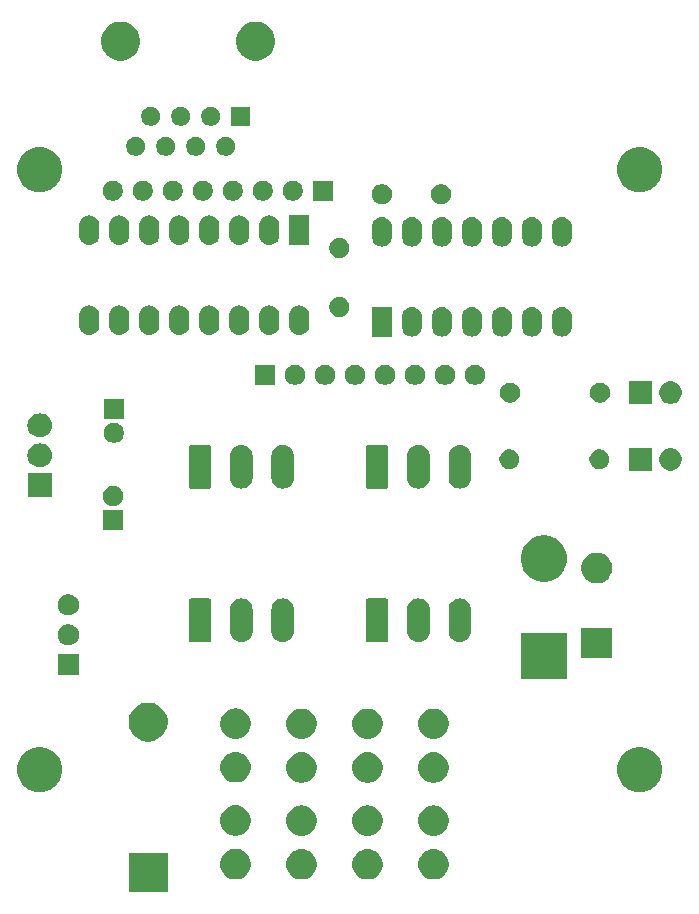
<source format=gbr>
G04 #@! TF.GenerationSoftware,KiCad,Pcbnew,(5.1.5)-3*
G04 #@! TF.CreationDate,2019-12-31T10:56:11-05:00*
G04 #@! TF.ProjectId,Receiver_Out,52656365-6976-4657-925f-4f75742e6b69,v2*
G04 #@! TF.SameCoordinates,Original*
G04 #@! TF.FileFunction,Soldermask,Bot*
G04 #@! TF.FilePolarity,Negative*
%FSLAX46Y46*%
G04 Gerber Fmt 4.6, Leading zero omitted, Abs format (unit mm)*
G04 Created by KiCad (PCBNEW (5.1.5)-3) date 2019-12-31 10:56:11*
%MOMM*%
%LPD*%
G04 APERTURE LIST*
%ADD10C,0.100000*%
G04 APERTURE END LIST*
D10*
G36*
X83552000Y-152568800D02*
G01*
X80250000Y-152568800D01*
X80250000Y-149266800D01*
X83552000Y-149266800D01*
X83552000Y-152568800D01*
G37*
G36*
X100694885Y-148981605D02*
G01*
X100860842Y-149014616D01*
X101095334Y-149111746D01*
X101306371Y-149252756D01*
X101485844Y-149432229D01*
X101626854Y-149643266D01*
X101723984Y-149877758D01*
X101723984Y-149877760D01*
X101770517Y-150111694D01*
X101773500Y-150126694D01*
X101773500Y-150380506D01*
X101723984Y-150629442D01*
X101626854Y-150863934D01*
X101485844Y-151074971D01*
X101306371Y-151254444D01*
X101095334Y-151395454D01*
X100860842Y-151492584D01*
X100694885Y-151525595D01*
X100611907Y-151542100D01*
X100358093Y-151542100D01*
X100275115Y-151525595D01*
X100109158Y-151492584D01*
X99874666Y-151395454D01*
X99663629Y-151254444D01*
X99484156Y-151074971D01*
X99343146Y-150863934D01*
X99246016Y-150629442D01*
X99196500Y-150380506D01*
X99196500Y-150126694D01*
X99199484Y-150111694D01*
X99246016Y-149877760D01*
X99246016Y-149877758D01*
X99343146Y-149643266D01*
X99484156Y-149432229D01*
X99663629Y-149252756D01*
X99874666Y-149111746D01*
X100109158Y-149014616D01*
X100275115Y-148981605D01*
X100358093Y-148965100D01*
X100611907Y-148965100D01*
X100694885Y-148981605D01*
G37*
G36*
X106282885Y-148981605D02*
G01*
X106448842Y-149014616D01*
X106683334Y-149111746D01*
X106894371Y-149252756D01*
X107073844Y-149432229D01*
X107214854Y-149643266D01*
X107311984Y-149877758D01*
X107311984Y-149877760D01*
X107358517Y-150111694D01*
X107361500Y-150126694D01*
X107361500Y-150380506D01*
X107311984Y-150629442D01*
X107214854Y-150863934D01*
X107073844Y-151074971D01*
X106894371Y-151254444D01*
X106683334Y-151395454D01*
X106448842Y-151492584D01*
X106282885Y-151525595D01*
X106199907Y-151542100D01*
X105946093Y-151542100D01*
X105863115Y-151525595D01*
X105697158Y-151492584D01*
X105462666Y-151395454D01*
X105251629Y-151254444D01*
X105072156Y-151074971D01*
X104931146Y-150863934D01*
X104834016Y-150629442D01*
X104784500Y-150380506D01*
X104784500Y-150126694D01*
X104787484Y-150111694D01*
X104834016Y-149877760D01*
X104834016Y-149877758D01*
X104931146Y-149643266D01*
X105072156Y-149432229D01*
X105251629Y-149252756D01*
X105462666Y-149111746D01*
X105697158Y-149014616D01*
X105863115Y-148981605D01*
X105946093Y-148965100D01*
X106199907Y-148965100D01*
X106282885Y-148981605D01*
G37*
G36*
X95106885Y-148981605D02*
G01*
X95272842Y-149014616D01*
X95507334Y-149111746D01*
X95718371Y-149252756D01*
X95897844Y-149432229D01*
X96038854Y-149643266D01*
X96135984Y-149877758D01*
X96135984Y-149877760D01*
X96182517Y-150111694D01*
X96185500Y-150126694D01*
X96185500Y-150380506D01*
X96135984Y-150629442D01*
X96038854Y-150863934D01*
X95897844Y-151074971D01*
X95718371Y-151254444D01*
X95507334Y-151395454D01*
X95272842Y-151492584D01*
X95106885Y-151525595D01*
X95023907Y-151542100D01*
X94770093Y-151542100D01*
X94687115Y-151525595D01*
X94521158Y-151492584D01*
X94286666Y-151395454D01*
X94075629Y-151254444D01*
X93896156Y-151074971D01*
X93755146Y-150863934D01*
X93658016Y-150629442D01*
X93608500Y-150380506D01*
X93608500Y-150126694D01*
X93611484Y-150111694D01*
X93658016Y-149877760D01*
X93658016Y-149877758D01*
X93755146Y-149643266D01*
X93896156Y-149432229D01*
X94075629Y-149252756D01*
X94286666Y-149111746D01*
X94521158Y-149014616D01*
X94687115Y-148981605D01*
X94770093Y-148965100D01*
X95023907Y-148965100D01*
X95106885Y-148981605D01*
G37*
G36*
X89511317Y-148965100D02*
G01*
X89684842Y-148999616D01*
X89919334Y-149096746D01*
X90130371Y-149237756D01*
X90309844Y-149417229D01*
X90450854Y-149628266D01*
X90547984Y-149862758D01*
X90550968Y-149877760D01*
X90597500Y-150111693D01*
X90597500Y-150365507D01*
X90594516Y-150380507D01*
X90547984Y-150614442D01*
X90450854Y-150848934D01*
X90309844Y-151059971D01*
X90130371Y-151239444D01*
X89919334Y-151380454D01*
X89684842Y-151477584D01*
X89518885Y-151510595D01*
X89435907Y-151527100D01*
X89182093Y-151527100D01*
X89099115Y-151510595D01*
X88933158Y-151477584D01*
X88698666Y-151380454D01*
X88487629Y-151239444D01*
X88308156Y-151059971D01*
X88167146Y-150848934D01*
X88070016Y-150614442D01*
X88023484Y-150380507D01*
X88020500Y-150365507D01*
X88020500Y-150111693D01*
X88067032Y-149877760D01*
X88070016Y-149862758D01*
X88167146Y-149628266D01*
X88308156Y-149417229D01*
X88487629Y-149237756D01*
X88698666Y-149096746D01*
X88933158Y-148999616D01*
X89106683Y-148965100D01*
X89182093Y-148950100D01*
X89435907Y-148950100D01*
X89511317Y-148965100D01*
G37*
G36*
X100694885Y-145281605D02*
G01*
X100860842Y-145314616D01*
X101095334Y-145411746D01*
X101306371Y-145552756D01*
X101485844Y-145732229D01*
X101626854Y-145943266D01*
X101723984Y-146177758D01*
X101723984Y-146177760D01*
X101770517Y-146411694D01*
X101773500Y-146426694D01*
X101773500Y-146680506D01*
X101723984Y-146929442D01*
X101626854Y-147163934D01*
X101485844Y-147374971D01*
X101306371Y-147554444D01*
X101095334Y-147695454D01*
X100860842Y-147792584D01*
X100694885Y-147825595D01*
X100611907Y-147842100D01*
X100358093Y-147842100D01*
X100275115Y-147825595D01*
X100109158Y-147792584D01*
X99874666Y-147695454D01*
X99663629Y-147554444D01*
X99484156Y-147374971D01*
X99343146Y-147163934D01*
X99246016Y-146929442D01*
X99196500Y-146680506D01*
X99196500Y-146426694D01*
X99199484Y-146411694D01*
X99246016Y-146177760D01*
X99246016Y-146177758D01*
X99343146Y-145943266D01*
X99484156Y-145732229D01*
X99663629Y-145552756D01*
X99874666Y-145411746D01*
X100109158Y-145314616D01*
X100275115Y-145281605D01*
X100358093Y-145265100D01*
X100611907Y-145265100D01*
X100694885Y-145281605D01*
G37*
G36*
X95106885Y-145281605D02*
G01*
X95272842Y-145314616D01*
X95507334Y-145411746D01*
X95718371Y-145552756D01*
X95897844Y-145732229D01*
X96038854Y-145943266D01*
X96135984Y-146177758D01*
X96135984Y-146177760D01*
X96182517Y-146411694D01*
X96185500Y-146426694D01*
X96185500Y-146680506D01*
X96135984Y-146929442D01*
X96038854Y-147163934D01*
X95897844Y-147374971D01*
X95718371Y-147554444D01*
X95507334Y-147695454D01*
X95272842Y-147792584D01*
X95106885Y-147825595D01*
X95023907Y-147842100D01*
X94770093Y-147842100D01*
X94687115Y-147825595D01*
X94521158Y-147792584D01*
X94286666Y-147695454D01*
X94075629Y-147554444D01*
X93896156Y-147374971D01*
X93755146Y-147163934D01*
X93658016Y-146929442D01*
X93608500Y-146680506D01*
X93608500Y-146426694D01*
X93611484Y-146411694D01*
X93658016Y-146177760D01*
X93658016Y-146177758D01*
X93755146Y-145943266D01*
X93896156Y-145732229D01*
X94075629Y-145552756D01*
X94286666Y-145411746D01*
X94521158Y-145314616D01*
X94687115Y-145281605D01*
X94770093Y-145265100D01*
X95023907Y-145265100D01*
X95106885Y-145281605D01*
G37*
G36*
X106282885Y-145281605D02*
G01*
X106448842Y-145314616D01*
X106683334Y-145411746D01*
X106894371Y-145552756D01*
X107073844Y-145732229D01*
X107214854Y-145943266D01*
X107311984Y-146177758D01*
X107311984Y-146177760D01*
X107358517Y-146411694D01*
X107361500Y-146426694D01*
X107361500Y-146680506D01*
X107311984Y-146929442D01*
X107214854Y-147163934D01*
X107073844Y-147374971D01*
X106894371Y-147554444D01*
X106683334Y-147695454D01*
X106448842Y-147792584D01*
X106282885Y-147825595D01*
X106199907Y-147842100D01*
X105946093Y-147842100D01*
X105863115Y-147825595D01*
X105697158Y-147792584D01*
X105462666Y-147695454D01*
X105251629Y-147554444D01*
X105072156Y-147374971D01*
X104931146Y-147163934D01*
X104834016Y-146929442D01*
X104784500Y-146680506D01*
X104784500Y-146426694D01*
X104787484Y-146411694D01*
X104834016Y-146177760D01*
X104834016Y-146177758D01*
X104931146Y-145943266D01*
X105072156Y-145732229D01*
X105251629Y-145552756D01*
X105462666Y-145411746D01*
X105697158Y-145314616D01*
X105863115Y-145281605D01*
X105946093Y-145265100D01*
X106199907Y-145265100D01*
X106282885Y-145281605D01*
G37*
G36*
X89511317Y-145265100D02*
G01*
X89684842Y-145299616D01*
X89919334Y-145396746D01*
X90130371Y-145537756D01*
X90309844Y-145717229D01*
X90450854Y-145928266D01*
X90547984Y-146162758D01*
X90550968Y-146177760D01*
X90597500Y-146411693D01*
X90597500Y-146665507D01*
X90594516Y-146680507D01*
X90547984Y-146914442D01*
X90450854Y-147148934D01*
X90309844Y-147359971D01*
X90130371Y-147539444D01*
X89919334Y-147680454D01*
X89684842Y-147777584D01*
X89518885Y-147810595D01*
X89435907Y-147827100D01*
X89182093Y-147827100D01*
X89099115Y-147810595D01*
X88933158Y-147777584D01*
X88698666Y-147680454D01*
X88487629Y-147539444D01*
X88308156Y-147359971D01*
X88167146Y-147148934D01*
X88070016Y-146914442D01*
X88023484Y-146680507D01*
X88020500Y-146665507D01*
X88020500Y-146411693D01*
X88067032Y-146177760D01*
X88070016Y-146162758D01*
X88167146Y-145928266D01*
X88308156Y-145717229D01*
X88487629Y-145537756D01*
X88698666Y-145396746D01*
X88933158Y-145299616D01*
X89106683Y-145265100D01*
X89182093Y-145250100D01*
X89435907Y-145250100D01*
X89511317Y-145265100D01*
G37*
G36*
X123901866Y-140375327D02*
G01*
X124085501Y-140411854D01*
X124431461Y-140555156D01*
X124742817Y-140763197D01*
X125007603Y-141027983D01*
X125215644Y-141339339D01*
X125358946Y-141685299D01*
X125432000Y-142052568D01*
X125432000Y-142427032D01*
X125358946Y-142794301D01*
X125215644Y-143140261D01*
X125007603Y-143451617D01*
X124742817Y-143716403D01*
X124431461Y-143924444D01*
X124085501Y-144067746D01*
X123901866Y-144104273D01*
X123718233Y-144140800D01*
X123343767Y-144140800D01*
X123160134Y-144104273D01*
X122976499Y-144067746D01*
X122630539Y-143924444D01*
X122319183Y-143716403D01*
X122054397Y-143451617D01*
X121846356Y-143140261D01*
X121703054Y-142794301D01*
X121630000Y-142427032D01*
X121630000Y-142052568D01*
X121703054Y-141685299D01*
X121846356Y-141339339D01*
X122054397Y-141027983D01*
X122319183Y-140763197D01*
X122630539Y-140555156D01*
X122976499Y-140411854D01*
X123160134Y-140375327D01*
X123343767Y-140338800D01*
X123718233Y-140338800D01*
X123901866Y-140375327D01*
G37*
G36*
X73101866Y-140375327D02*
G01*
X73285501Y-140411854D01*
X73631461Y-140555156D01*
X73942817Y-140763197D01*
X74207603Y-141027983D01*
X74415644Y-141339339D01*
X74558946Y-141685299D01*
X74632000Y-142052568D01*
X74632000Y-142427032D01*
X74558946Y-142794301D01*
X74415644Y-143140261D01*
X74207603Y-143451617D01*
X73942817Y-143716403D01*
X73631461Y-143924444D01*
X73285501Y-144067746D01*
X73101866Y-144104273D01*
X72918233Y-144140800D01*
X72543767Y-144140800D01*
X72360134Y-144104273D01*
X72176499Y-144067746D01*
X71830539Y-143924444D01*
X71519183Y-143716403D01*
X71254397Y-143451617D01*
X71046356Y-143140261D01*
X70903054Y-142794301D01*
X70830000Y-142427032D01*
X70830000Y-142052568D01*
X70903054Y-141685299D01*
X71046356Y-141339339D01*
X71254397Y-141027983D01*
X71519183Y-140763197D01*
X71830539Y-140555156D01*
X72176499Y-140411854D01*
X72360134Y-140375327D01*
X72543767Y-140338800D01*
X72918233Y-140338800D01*
X73101866Y-140375327D01*
G37*
G36*
X95106885Y-140781605D02*
G01*
X95272842Y-140814616D01*
X95507334Y-140911746D01*
X95718371Y-141052756D01*
X95897844Y-141232229D01*
X96038854Y-141443266D01*
X96135984Y-141677758D01*
X96135984Y-141677760D01*
X96182517Y-141911694D01*
X96185500Y-141926694D01*
X96185500Y-142180506D01*
X96135984Y-142429442D01*
X96038854Y-142663934D01*
X95897844Y-142874971D01*
X95718371Y-143054444D01*
X95507334Y-143195454D01*
X95272842Y-143292584D01*
X95106885Y-143325595D01*
X95023907Y-143342100D01*
X94770093Y-143342100D01*
X94687115Y-143325595D01*
X94521158Y-143292584D01*
X94286666Y-143195454D01*
X94075629Y-143054444D01*
X93896156Y-142874971D01*
X93755146Y-142663934D01*
X93658016Y-142429442D01*
X93608500Y-142180506D01*
X93608500Y-141926694D01*
X93611484Y-141911694D01*
X93658016Y-141677760D01*
X93658016Y-141677758D01*
X93755146Y-141443266D01*
X93896156Y-141232229D01*
X94075629Y-141052756D01*
X94286666Y-140911746D01*
X94521158Y-140814616D01*
X94687115Y-140781605D01*
X94770093Y-140765100D01*
X95023907Y-140765100D01*
X95106885Y-140781605D01*
G37*
G36*
X100694885Y-140781605D02*
G01*
X100860842Y-140814616D01*
X101095334Y-140911746D01*
X101306371Y-141052756D01*
X101485844Y-141232229D01*
X101626854Y-141443266D01*
X101723984Y-141677758D01*
X101723984Y-141677760D01*
X101770517Y-141911694D01*
X101773500Y-141926694D01*
X101773500Y-142180506D01*
X101723984Y-142429442D01*
X101626854Y-142663934D01*
X101485844Y-142874971D01*
X101306371Y-143054444D01*
X101095334Y-143195454D01*
X100860842Y-143292584D01*
X100694885Y-143325595D01*
X100611907Y-143342100D01*
X100358093Y-143342100D01*
X100275115Y-143325595D01*
X100109158Y-143292584D01*
X99874666Y-143195454D01*
X99663629Y-143054444D01*
X99484156Y-142874971D01*
X99343146Y-142663934D01*
X99246016Y-142429442D01*
X99196500Y-142180506D01*
X99196500Y-141926694D01*
X99199484Y-141911694D01*
X99246016Y-141677760D01*
X99246016Y-141677758D01*
X99343146Y-141443266D01*
X99484156Y-141232229D01*
X99663629Y-141052756D01*
X99874666Y-140911746D01*
X100109158Y-140814616D01*
X100275115Y-140781605D01*
X100358093Y-140765100D01*
X100611907Y-140765100D01*
X100694885Y-140781605D01*
G37*
G36*
X106282885Y-140781605D02*
G01*
X106448842Y-140814616D01*
X106683334Y-140911746D01*
X106894371Y-141052756D01*
X107073844Y-141232229D01*
X107214854Y-141443266D01*
X107311984Y-141677758D01*
X107311984Y-141677760D01*
X107358517Y-141911694D01*
X107361500Y-141926694D01*
X107361500Y-142180506D01*
X107311984Y-142429442D01*
X107214854Y-142663934D01*
X107073844Y-142874971D01*
X106894371Y-143054444D01*
X106683334Y-143195454D01*
X106448842Y-143292584D01*
X106282885Y-143325595D01*
X106199907Y-143342100D01*
X105946093Y-143342100D01*
X105863115Y-143325595D01*
X105697158Y-143292584D01*
X105462666Y-143195454D01*
X105251629Y-143054444D01*
X105072156Y-142874971D01*
X104931146Y-142663934D01*
X104834016Y-142429442D01*
X104784500Y-142180506D01*
X104784500Y-141926694D01*
X104787484Y-141911694D01*
X104834016Y-141677760D01*
X104834016Y-141677758D01*
X104931146Y-141443266D01*
X105072156Y-141232229D01*
X105251629Y-141052756D01*
X105462666Y-140911746D01*
X105697158Y-140814616D01*
X105863115Y-140781605D01*
X105946093Y-140765100D01*
X106199907Y-140765100D01*
X106282885Y-140781605D01*
G37*
G36*
X89501750Y-140763197D02*
G01*
X89684842Y-140799616D01*
X89919334Y-140896746D01*
X90130371Y-141037756D01*
X90309844Y-141217229D01*
X90450854Y-141428266D01*
X90547984Y-141662758D01*
X90580995Y-141828715D01*
X90597500Y-141911693D01*
X90597500Y-142165507D01*
X90594516Y-142180507D01*
X90547984Y-142414442D01*
X90450854Y-142648934D01*
X90309844Y-142859971D01*
X90130371Y-143039444D01*
X89919334Y-143180454D01*
X89684842Y-143277584D01*
X89518885Y-143310595D01*
X89435907Y-143327100D01*
X89182093Y-143327100D01*
X89099115Y-143310595D01*
X88933158Y-143277584D01*
X88698666Y-143180454D01*
X88487629Y-143039444D01*
X88308156Y-142859971D01*
X88167146Y-142648934D01*
X88070016Y-142414442D01*
X88023484Y-142180507D01*
X88020500Y-142165507D01*
X88020500Y-141911693D01*
X88037005Y-141828715D01*
X88070016Y-141662758D01*
X88167146Y-141428266D01*
X88308156Y-141217229D01*
X88487629Y-141037756D01*
X88698666Y-140896746D01*
X88933158Y-140799616D01*
X89116250Y-140763197D01*
X89182093Y-140750100D01*
X89435907Y-140750100D01*
X89501750Y-140763197D01*
G37*
G36*
X82276256Y-136609098D02*
G01*
X82382579Y-136630247D01*
X82683042Y-136754703D01*
X82953451Y-136935385D01*
X83183415Y-137165349D01*
X83364097Y-137435758D01*
X83485259Y-137728268D01*
X83488553Y-137736222D01*
X83552000Y-138055189D01*
X83552000Y-138380411D01*
X83509702Y-138593056D01*
X83488553Y-138699379D01*
X83476101Y-138729440D01*
X83378972Y-138963932D01*
X83364097Y-138999842D01*
X83183415Y-139270251D01*
X82953451Y-139500215D01*
X82683042Y-139680897D01*
X82382579Y-139805353D01*
X82276256Y-139826502D01*
X82063611Y-139868800D01*
X81738389Y-139868800D01*
X81525744Y-139826502D01*
X81419421Y-139805353D01*
X81118958Y-139680897D01*
X80848549Y-139500215D01*
X80618585Y-139270251D01*
X80437903Y-138999842D01*
X80423029Y-138963932D01*
X80325899Y-138729440D01*
X80313447Y-138699379D01*
X80292298Y-138593056D01*
X80250000Y-138380411D01*
X80250000Y-138055189D01*
X80313447Y-137736222D01*
X80316742Y-137728268D01*
X80437903Y-137435758D01*
X80618585Y-137165349D01*
X80848549Y-136935385D01*
X81118958Y-136754703D01*
X81419421Y-136630247D01*
X81525744Y-136609098D01*
X81738389Y-136566800D01*
X82063611Y-136566800D01*
X82276256Y-136609098D01*
G37*
G36*
X100694885Y-137081605D02*
G01*
X100860842Y-137114616D01*
X101095334Y-137211746D01*
X101306371Y-137352756D01*
X101485844Y-137532229D01*
X101626854Y-137743266D01*
X101723984Y-137977758D01*
X101723984Y-137977760D01*
X101770517Y-138211694D01*
X101773500Y-138226694D01*
X101773500Y-138480506D01*
X101723984Y-138729442D01*
X101626854Y-138963934D01*
X101485844Y-139174971D01*
X101306371Y-139354444D01*
X101095334Y-139495454D01*
X100860842Y-139592584D01*
X100694885Y-139625595D01*
X100611907Y-139642100D01*
X100358093Y-139642100D01*
X100275115Y-139625595D01*
X100109158Y-139592584D01*
X99874666Y-139495454D01*
X99663629Y-139354444D01*
X99484156Y-139174971D01*
X99343146Y-138963934D01*
X99246016Y-138729442D01*
X99196500Y-138480506D01*
X99196500Y-138226694D01*
X99199484Y-138211694D01*
X99246016Y-137977760D01*
X99246016Y-137977758D01*
X99343146Y-137743266D01*
X99484156Y-137532229D01*
X99663629Y-137352756D01*
X99874666Y-137211746D01*
X100109158Y-137114616D01*
X100275115Y-137081605D01*
X100358093Y-137065100D01*
X100611907Y-137065100D01*
X100694885Y-137081605D01*
G37*
G36*
X106282885Y-137081605D02*
G01*
X106448842Y-137114616D01*
X106683334Y-137211746D01*
X106894371Y-137352756D01*
X107073844Y-137532229D01*
X107214854Y-137743266D01*
X107311984Y-137977758D01*
X107311984Y-137977760D01*
X107358517Y-138211694D01*
X107361500Y-138226694D01*
X107361500Y-138480506D01*
X107311984Y-138729442D01*
X107214854Y-138963934D01*
X107073844Y-139174971D01*
X106894371Y-139354444D01*
X106683334Y-139495454D01*
X106448842Y-139592584D01*
X106282885Y-139625595D01*
X106199907Y-139642100D01*
X105946093Y-139642100D01*
X105863115Y-139625595D01*
X105697158Y-139592584D01*
X105462666Y-139495454D01*
X105251629Y-139354444D01*
X105072156Y-139174971D01*
X104931146Y-138963934D01*
X104834016Y-138729442D01*
X104784500Y-138480506D01*
X104784500Y-138226694D01*
X104787484Y-138211694D01*
X104834016Y-137977760D01*
X104834016Y-137977758D01*
X104931146Y-137743266D01*
X105072156Y-137532229D01*
X105251629Y-137352756D01*
X105462666Y-137211746D01*
X105697158Y-137114616D01*
X105863115Y-137081605D01*
X105946093Y-137065100D01*
X106199907Y-137065100D01*
X106282885Y-137081605D01*
G37*
G36*
X95106885Y-137081605D02*
G01*
X95272842Y-137114616D01*
X95507334Y-137211746D01*
X95718371Y-137352756D01*
X95897844Y-137532229D01*
X96038854Y-137743266D01*
X96135984Y-137977758D01*
X96135984Y-137977760D01*
X96182517Y-138211694D01*
X96185500Y-138226694D01*
X96185500Y-138480506D01*
X96135984Y-138729442D01*
X96038854Y-138963934D01*
X95897844Y-139174971D01*
X95718371Y-139354444D01*
X95507334Y-139495454D01*
X95272842Y-139592584D01*
X95106885Y-139625595D01*
X95023907Y-139642100D01*
X94770093Y-139642100D01*
X94687115Y-139625595D01*
X94521158Y-139592584D01*
X94286666Y-139495454D01*
X94075629Y-139354444D01*
X93896156Y-139174971D01*
X93755146Y-138963934D01*
X93658016Y-138729442D01*
X93608500Y-138480506D01*
X93608500Y-138226694D01*
X93611484Y-138211694D01*
X93658016Y-137977760D01*
X93658016Y-137977758D01*
X93755146Y-137743266D01*
X93896156Y-137532229D01*
X94075629Y-137352756D01*
X94286666Y-137211746D01*
X94521158Y-137114616D01*
X94687115Y-137081605D01*
X94770093Y-137065100D01*
X95023907Y-137065100D01*
X95106885Y-137081605D01*
G37*
G36*
X89511317Y-137065100D02*
G01*
X89684842Y-137099616D01*
X89919334Y-137196746D01*
X90130371Y-137337756D01*
X90309844Y-137517229D01*
X90450854Y-137728266D01*
X90547984Y-137962758D01*
X90566370Y-138055191D01*
X90597500Y-138211693D01*
X90597500Y-138465507D01*
X90594516Y-138480507D01*
X90547984Y-138714442D01*
X90450854Y-138948934D01*
X90309844Y-139159971D01*
X90130371Y-139339444D01*
X89919334Y-139480454D01*
X89684842Y-139577584D01*
X89518885Y-139610595D01*
X89435907Y-139627100D01*
X89182093Y-139627100D01*
X89099115Y-139610595D01*
X88933158Y-139577584D01*
X88698666Y-139480454D01*
X88487629Y-139339444D01*
X88308156Y-139159971D01*
X88167146Y-138948934D01*
X88070016Y-138714442D01*
X88023484Y-138480507D01*
X88020500Y-138465507D01*
X88020500Y-138211693D01*
X88051630Y-138055191D01*
X88070016Y-137962758D01*
X88167146Y-137728266D01*
X88308156Y-137517229D01*
X88487629Y-137337756D01*
X88698666Y-137196746D01*
X88933158Y-137099616D01*
X89106683Y-137065100D01*
X89182093Y-137050100D01*
X89435907Y-137050100D01*
X89511317Y-137065100D01*
G37*
G36*
X117370800Y-134571760D02*
G01*
X113458800Y-134571760D01*
X113458800Y-130659760D01*
X117370800Y-130659760D01*
X117370800Y-134571760D01*
G37*
G36*
X76052000Y-134268800D02*
G01*
X74250000Y-134268800D01*
X74250000Y-132466800D01*
X76052000Y-132466800D01*
X76052000Y-134268800D01*
G37*
G36*
X121202000Y-132818800D02*
G01*
X118600000Y-132818800D01*
X118600000Y-130216800D01*
X121202000Y-130216800D01*
X121202000Y-132818800D01*
G37*
G36*
X75264512Y-129931727D02*
G01*
X75413812Y-129961424D01*
X75577784Y-130029344D01*
X75725354Y-130127947D01*
X75850853Y-130253446D01*
X75949456Y-130401016D01*
X76017376Y-130564988D01*
X76052000Y-130739059D01*
X76052000Y-130916541D01*
X76017376Y-131090612D01*
X75949456Y-131254584D01*
X75850853Y-131402154D01*
X75725354Y-131527653D01*
X75577784Y-131626256D01*
X75413812Y-131694176D01*
X75264512Y-131723873D01*
X75239742Y-131728800D01*
X75062258Y-131728800D01*
X75037488Y-131723873D01*
X74888188Y-131694176D01*
X74724216Y-131626256D01*
X74576646Y-131527653D01*
X74451147Y-131402154D01*
X74352544Y-131254584D01*
X74284624Y-131090612D01*
X74250000Y-130916541D01*
X74250000Y-130739059D01*
X74284624Y-130564988D01*
X74352544Y-130401016D01*
X74451147Y-130253446D01*
X74576646Y-130127947D01*
X74724216Y-130029344D01*
X74888188Y-129961424D01*
X75037488Y-129931727D01*
X75062258Y-129926800D01*
X75239742Y-129926800D01*
X75264512Y-129931727D01*
G37*
G36*
X108486424Y-127762760D02*
G01*
X108486427Y-127762761D01*
X108486428Y-127762761D01*
X108665692Y-127817140D01*
X108665695Y-127817142D01*
X108665696Y-127817142D01*
X108830903Y-127905446D01*
X108975712Y-128024288D01*
X109094554Y-128169097D01*
X109182858Y-128334303D01*
X109182860Y-128334307D01*
X109237239Y-128513571D01*
X109237240Y-128513575D01*
X109251000Y-128653282D01*
X109251000Y-130546718D01*
X109237240Y-130686425D01*
X109237239Y-130686428D01*
X109237239Y-130686429D01*
X109182860Y-130865693D01*
X109182858Y-130865696D01*
X109182858Y-130865697D01*
X109094554Y-131030903D01*
X108975712Y-131175712D01*
X108830903Y-131294554D01*
X108683425Y-131373382D01*
X108665693Y-131382860D01*
X108486429Y-131437239D01*
X108486428Y-131437239D01*
X108486425Y-131437240D01*
X108300000Y-131455601D01*
X108113576Y-131437240D01*
X108113573Y-131437239D01*
X108113572Y-131437239D01*
X107934308Y-131382860D01*
X107916576Y-131373382D01*
X107769098Y-131294554D01*
X107624289Y-131175712D01*
X107505447Y-131030903D01*
X107417143Y-130865697D01*
X107417143Y-130865696D01*
X107417141Y-130865693D01*
X107362762Y-130686429D01*
X107362762Y-130686428D01*
X107362761Y-130686425D01*
X107349000Y-130546717D01*
X107349000Y-128653283D01*
X107362760Y-128513576D01*
X107362761Y-128513572D01*
X107417140Y-128334308D01*
X107417143Y-128334303D01*
X107505446Y-128169097D01*
X107624288Y-128024288D01*
X107769097Y-127905446D01*
X107934303Y-127817142D01*
X107934304Y-127817142D01*
X107934307Y-127817140D01*
X108113571Y-127762761D01*
X108113572Y-127762761D01*
X108113575Y-127762760D01*
X108300000Y-127744399D01*
X108486424Y-127762760D01*
G37*
G36*
X104986424Y-127762760D02*
G01*
X104986427Y-127762761D01*
X104986428Y-127762761D01*
X105165692Y-127817140D01*
X105165695Y-127817142D01*
X105165696Y-127817142D01*
X105330903Y-127905446D01*
X105475712Y-128024288D01*
X105594554Y-128169097D01*
X105682858Y-128334303D01*
X105682860Y-128334307D01*
X105737239Y-128513571D01*
X105737240Y-128513575D01*
X105751000Y-128653282D01*
X105751000Y-130546718D01*
X105737240Y-130686425D01*
X105737239Y-130686428D01*
X105737239Y-130686429D01*
X105682860Y-130865693D01*
X105682858Y-130865696D01*
X105682858Y-130865697D01*
X105594554Y-131030903D01*
X105475712Y-131175712D01*
X105330903Y-131294554D01*
X105183425Y-131373382D01*
X105165693Y-131382860D01*
X104986429Y-131437239D01*
X104986428Y-131437239D01*
X104986425Y-131437240D01*
X104800000Y-131455601D01*
X104613576Y-131437240D01*
X104613573Y-131437239D01*
X104613572Y-131437239D01*
X104434308Y-131382860D01*
X104416576Y-131373382D01*
X104269098Y-131294554D01*
X104124289Y-131175712D01*
X104005447Y-131030903D01*
X103917143Y-130865697D01*
X103917143Y-130865696D01*
X103917141Y-130865693D01*
X103862762Y-130686429D01*
X103862762Y-130686428D01*
X103862761Y-130686425D01*
X103849000Y-130546717D01*
X103849000Y-128653283D01*
X103862760Y-128513576D01*
X103862761Y-128513572D01*
X103917140Y-128334308D01*
X103917143Y-128334303D01*
X104005446Y-128169097D01*
X104124288Y-128024288D01*
X104269097Y-127905446D01*
X104434303Y-127817142D01*
X104434304Y-127817142D01*
X104434307Y-127817140D01*
X104613571Y-127762761D01*
X104613572Y-127762761D01*
X104613575Y-127762760D01*
X104800000Y-127744399D01*
X104986424Y-127762760D01*
G37*
G36*
X93486424Y-127762760D02*
G01*
X93486427Y-127762761D01*
X93486428Y-127762761D01*
X93665692Y-127817140D01*
X93665695Y-127817142D01*
X93665696Y-127817142D01*
X93830903Y-127905446D01*
X93975712Y-128024288D01*
X94094554Y-128169097D01*
X94182858Y-128334303D01*
X94182860Y-128334307D01*
X94237239Y-128513571D01*
X94237240Y-128513575D01*
X94251000Y-128653282D01*
X94251000Y-130546718D01*
X94237240Y-130686425D01*
X94237239Y-130686428D01*
X94237239Y-130686429D01*
X94182860Y-130865693D01*
X94182858Y-130865696D01*
X94182858Y-130865697D01*
X94094554Y-131030903D01*
X93975712Y-131175712D01*
X93830903Y-131294554D01*
X93683425Y-131373382D01*
X93665693Y-131382860D01*
X93486429Y-131437239D01*
X93486428Y-131437239D01*
X93486425Y-131437240D01*
X93300000Y-131455601D01*
X93113576Y-131437240D01*
X93113573Y-131437239D01*
X93113572Y-131437239D01*
X92934308Y-131382860D01*
X92916576Y-131373382D01*
X92769098Y-131294554D01*
X92624289Y-131175712D01*
X92505447Y-131030903D01*
X92417143Y-130865697D01*
X92417143Y-130865696D01*
X92417141Y-130865693D01*
X92362762Y-130686429D01*
X92362762Y-130686428D01*
X92362761Y-130686425D01*
X92349000Y-130546717D01*
X92349000Y-128653283D01*
X92362760Y-128513576D01*
X92362761Y-128513572D01*
X92417140Y-128334308D01*
X92417143Y-128334303D01*
X92505446Y-128169097D01*
X92624288Y-128024288D01*
X92769097Y-127905446D01*
X92934303Y-127817142D01*
X92934304Y-127817142D01*
X92934307Y-127817140D01*
X93113571Y-127762761D01*
X93113572Y-127762761D01*
X93113575Y-127762760D01*
X93300000Y-127744399D01*
X93486424Y-127762760D01*
G37*
G36*
X89986424Y-127762760D02*
G01*
X89986427Y-127762761D01*
X89986428Y-127762761D01*
X90165692Y-127817140D01*
X90165695Y-127817142D01*
X90165696Y-127817142D01*
X90330903Y-127905446D01*
X90475712Y-128024288D01*
X90594554Y-128169097D01*
X90682858Y-128334303D01*
X90682860Y-128334307D01*
X90737239Y-128513571D01*
X90737240Y-128513575D01*
X90751000Y-128653282D01*
X90751000Y-130546718D01*
X90737240Y-130686425D01*
X90737239Y-130686428D01*
X90737239Y-130686429D01*
X90682860Y-130865693D01*
X90682858Y-130865696D01*
X90682858Y-130865697D01*
X90594554Y-131030903D01*
X90475712Y-131175712D01*
X90330903Y-131294554D01*
X90183425Y-131373382D01*
X90165693Y-131382860D01*
X89986429Y-131437239D01*
X89986428Y-131437239D01*
X89986425Y-131437240D01*
X89800000Y-131455601D01*
X89613576Y-131437240D01*
X89613573Y-131437239D01*
X89613572Y-131437239D01*
X89434308Y-131382860D01*
X89416576Y-131373382D01*
X89269098Y-131294554D01*
X89124289Y-131175712D01*
X89005447Y-131030903D01*
X88917143Y-130865697D01*
X88917143Y-130865696D01*
X88917141Y-130865693D01*
X88862762Y-130686429D01*
X88862762Y-130686428D01*
X88862761Y-130686425D01*
X88849000Y-130546717D01*
X88849000Y-128653283D01*
X88862760Y-128513576D01*
X88862761Y-128513572D01*
X88917140Y-128334308D01*
X88917143Y-128334303D01*
X89005446Y-128169097D01*
X89124288Y-128024288D01*
X89269097Y-127905446D01*
X89434303Y-127817142D01*
X89434304Y-127817142D01*
X89434307Y-127817140D01*
X89613571Y-127762761D01*
X89613572Y-127762761D01*
X89613575Y-127762760D01*
X89800000Y-127744399D01*
X89986424Y-127762760D01*
G37*
G36*
X87110915Y-127752934D02*
G01*
X87143424Y-127762795D01*
X87173382Y-127778809D01*
X87199641Y-127800359D01*
X87221191Y-127826618D01*
X87237205Y-127856576D01*
X87247066Y-127889085D01*
X87251000Y-127929029D01*
X87251000Y-131270971D01*
X87247066Y-131310915D01*
X87237205Y-131343424D01*
X87221191Y-131373382D01*
X87199641Y-131399641D01*
X87173382Y-131421191D01*
X87143424Y-131437205D01*
X87110915Y-131447066D01*
X87070971Y-131451000D01*
X85529029Y-131451000D01*
X85489085Y-131447066D01*
X85456576Y-131437205D01*
X85426618Y-131421191D01*
X85400359Y-131399641D01*
X85378809Y-131373382D01*
X85362795Y-131343424D01*
X85352934Y-131310915D01*
X85349000Y-131270971D01*
X85349000Y-127929029D01*
X85352934Y-127889085D01*
X85362795Y-127856576D01*
X85378809Y-127826618D01*
X85400359Y-127800359D01*
X85426618Y-127778809D01*
X85456576Y-127762795D01*
X85489085Y-127752934D01*
X85529029Y-127749000D01*
X87070971Y-127749000D01*
X87110915Y-127752934D01*
G37*
G36*
X102110915Y-127752934D02*
G01*
X102143424Y-127762795D01*
X102173382Y-127778809D01*
X102199641Y-127800359D01*
X102221191Y-127826618D01*
X102237205Y-127856576D01*
X102247066Y-127889085D01*
X102251000Y-127929029D01*
X102251000Y-131270971D01*
X102247066Y-131310915D01*
X102237205Y-131343424D01*
X102221191Y-131373382D01*
X102199641Y-131399641D01*
X102173382Y-131421191D01*
X102143424Y-131437205D01*
X102110915Y-131447066D01*
X102070971Y-131451000D01*
X100529029Y-131451000D01*
X100489085Y-131447066D01*
X100456576Y-131437205D01*
X100426618Y-131421191D01*
X100400359Y-131399641D01*
X100378809Y-131373382D01*
X100362795Y-131343424D01*
X100352934Y-131310915D01*
X100349000Y-131270971D01*
X100349000Y-127929029D01*
X100352934Y-127889085D01*
X100362795Y-127856576D01*
X100378809Y-127826618D01*
X100400359Y-127800359D01*
X100426618Y-127778809D01*
X100456576Y-127762795D01*
X100489085Y-127752934D01*
X100529029Y-127749000D01*
X102070971Y-127749000D01*
X102110915Y-127752934D01*
G37*
G36*
X75264512Y-127391727D02*
G01*
X75413812Y-127421424D01*
X75577784Y-127489344D01*
X75725354Y-127587947D01*
X75850853Y-127713446D01*
X75949456Y-127861016D01*
X76017376Y-128024988D01*
X76052000Y-128199059D01*
X76052000Y-128376541D01*
X76017376Y-128550612D01*
X75949456Y-128714584D01*
X75850853Y-128862154D01*
X75725354Y-128987653D01*
X75577784Y-129086256D01*
X75413812Y-129154176D01*
X75264512Y-129183873D01*
X75239742Y-129188800D01*
X75062258Y-129188800D01*
X75037488Y-129183873D01*
X74888188Y-129154176D01*
X74724216Y-129086256D01*
X74576646Y-128987653D01*
X74451147Y-128862154D01*
X74352544Y-128714584D01*
X74284624Y-128550612D01*
X74250000Y-128376541D01*
X74250000Y-128199059D01*
X74284624Y-128024988D01*
X74352544Y-127861016D01*
X74451147Y-127713446D01*
X74576646Y-127587947D01*
X74724216Y-127489344D01*
X74888188Y-127421424D01*
X75037488Y-127391727D01*
X75062258Y-127386800D01*
X75239742Y-127386800D01*
X75264512Y-127391727D01*
G37*
G36*
X120280487Y-123916796D02*
G01*
X120517253Y-124014868D01*
X120517255Y-124014869D01*
X120730339Y-124157247D01*
X120911553Y-124338461D01*
X121053932Y-124551547D01*
X121152004Y-124788313D01*
X121202000Y-125039661D01*
X121202000Y-125295939D01*
X121152004Y-125547287D01*
X121053932Y-125784053D01*
X121053931Y-125784055D01*
X120911553Y-125997139D01*
X120730339Y-126178353D01*
X120517255Y-126320731D01*
X120517254Y-126320732D01*
X120517253Y-126320732D01*
X120280487Y-126418804D01*
X120029139Y-126468800D01*
X119772861Y-126468800D01*
X119521513Y-126418804D01*
X119284747Y-126320732D01*
X119284746Y-126320732D01*
X119284745Y-126320731D01*
X119071661Y-126178353D01*
X118890447Y-125997139D01*
X118748069Y-125784055D01*
X118748068Y-125784053D01*
X118649996Y-125547287D01*
X118600000Y-125295939D01*
X118600000Y-125039661D01*
X118649996Y-124788313D01*
X118748068Y-124551547D01*
X118890447Y-124338461D01*
X119071661Y-124157247D01*
X119284745Y-124014869D01*
X119284747Y-124014868D01*
X119521513Y-123916796D01*
X119772861Y-123866800D01*
X120029139Y-123866800D01*
X120280487Y-123916796D01*
G37*
G36*
X115859379Y-122459952D02*
G01*
X115985344Y-122485008D01*
X116132791Y-122546083D01*
X116341312Y-122632455D01*
X116341313Y-122632456D01*
X116661677Y-122846516D01*
X116934124Y-123118963D01*
X117077155Y-123333024D01*
X117148185Y-123439328D01*
X117295632Y-123795297D01*
X117370800Y-124173189D01*
X117370800Y-124558491D01*
X117295632Y-124936383D01*
X117148185Y-125292352D01*
X117145788Y-125295939D01*
X116934124Y-125612717D01*
X116661677Y-125885164D01*
X116494094Y-125997139D01*
X116341312Y-126099225D01*
X116150280Y-126178353D01*
X115985344Y-126246672D01*
X115859379Y-126271728D01*
X115607451Y-126321840D01*
X115222149Y-126321840D01*
X114970221Y-126271728D01*
X114844256Y-126246672D01*
X114679320Y-126178353D01*
X114488288Y-126099225D01*
X114335506Y-125997139D01*
X114167923Y-125885164D01*
X113895476Y-125612717D01*
X113683812Y-125295939D01*
X113681415Y-125292352D01*
X113533968Y-124936383D01*
X113458800Y-124558491D01*
X113458800Y-124173189D01*
X113533968Y-123795297D01*
X113681415Y-123439328D01*
X113752445Y-123333024D01*
X113895476Y-123118963D01*
X114167923Y-122846516D01*
X114488287Y-122632456D01*
X114488288Y-122632455D01*
X114696809Y-122546083D01*
X114844256Y-122485008D01*
X114970221Y-122459952D01*
X115222149Y-122409840D01*
X115607451Y-122409840D01*
X115859379Y-122459952D01*
G37*
G36*
X79802000Y-121918800D02*
G01*
X78100000Y-121918800D01*
X78100000Y-120216800D01*
X79802000Y-120216800D01*
X79802000Y-121918800D01*
G37*
G36*
X79199228Y-118249503D02*
G01*
X79354100Y-118313653D01*
X79493481Y-118406785D01*
X79612015Y-118525319D01*
X79705147Y-118664700D01*
X79769297Y-118819572D01*
X79802000Y-118983984D01*
X79802000Y-119151616D01*
X79769297Y-119316028D01*
X79705147Y-119470900D01*
X79612015Y-119610281D01*
X79493481Y-119728815D01*
X79354100Y-119821947D01*
X79199228Y-119886097D01*
X79034816Y-119918800D01*
X78867184Y-119918800D01*
X78702772Y-119886097D01*
X78547900Y-119821947D01*
X78408519Y-119728815D01*
X78289985Y-119610281D01*
X78196853Y-119470900D01*
X78132703Y-119316028D01*
X78100000Y-119151616D01*
X78100000Y-118983984D01*
X78132703Y-118819572D01*
X78196853Y-118664700D01*
X78289985Y-118525319D01*
X78408519Y-118406785D01*
X78547900Y-118313653D01*
X78702772Y-118249503D01*
X78867184Y-118216800D01*
X79034816Y-118216800D01*
X79199228Y-118249503D01*
G37*
G36*
X73802000Y-119171300D02*
G01*
X71700000Y-119171300D01*
X71700000Y-117164300D01*
X73802000Y-117164300D01*
X73802000Y-119171300D01*
G37*
G36*
X89986424Y-114762760D02*
G01*
X89986427Y-114762761D01*
X89986428Y-114762761D01*
X90165692Y-114817140D01*
X90165695Y-114817142D01*
X90165696Y-114817142D01*
X90330903Y-114905446D01*
X90475712Y-115024288D01*
X90594554Y-115169097D01*
X90668149Y-115306785D01*
X90682860Y-115334307D01*
X90712216Y-115431082D01*
X90737240Y-115513575D01*
X90751000Y-115653282D01*
X90751000Y-117546718D01*
X90737240Y-117686425D01*
X90737239Y-117686428D01*
X90737239Y-117686429D01*
X90682860Y-117865693D01*
X90682858Y-117865696D01*
X90682858Y-117865697D01*
X90594554Y-118030903D01*
X90475712Y-118175712D01*
X90330903Y-118294554D01*
X90183425Y-118373382D01*
X90165693Y-118382860D01*
X89986429Y-118437239D01*
X89986428Y-118437239D01*
X89986425Y-118437240D01*
X89800000Y-118455601D01*
X89613576Y-118437240D01*
X89613573Y-118437239D01*
X89613572Y-118437239D01*
X89434308Y-118382860D01*
X89416576Y-118373382D01*
X89269098Y-118294554D01*
X89124289Y-118175712D01*
X89005447Y-118030903D01*
X88917143Y-117865697D01*
X88917143Y-117865696D01*
X88917141Y-117865693D01*
X88862762Y-117686429D01*
X88862762Y-117686428D01*
X88862761Y-117686425D01*
X88849000Y-117546717D01*
X88849000Y-115653283D01*
X88862760Y-115513576D01*
X88862761Y-115513572D01*
X88917140Y-115334308D01*
X88931851Y-115306785D01*
X89005446Y-115169097D01*
X89124288Y-115024288D01*
X89269097Y-114905446D01*
X89434303Y-114817142D01*
X89434304Y-114817142D01*
X89434307Y-114817140D01*
X89613571Y-114762761D01*
X89613572Y-114762761D01*
X89613575Y-114762760D01*
X89800000Y-114744399D01*
X89986424Y-114762760D01*
G37*
G36*
X108486424Y-114762760D02*
G01*
X108486427Y-114762761D01*
X108486428Y-114762761D01*
X108665692Y-114817140D01*
X108665695Y-114817142D01*
X108665696Y-114817142D01*
X108830903Y-114905446D01*
X108975712Y-115024288D01*
X109094554Y-115169097D01*
X109168149Y-115306785D01*
X109182860Y-115334307D01*
X109212216Y-115431082D01*
X109237240Y-115513575D01*
X109251000Y-115653282D01*
X109251000Y-117546718D01*
X109237240Y-117686425D01*
X109237239Y-117686428D01*
X109237239Y-117686429D01*
X109182860Y-117865693D01*
X109182858Y-117865696D01*
X109182858Y-117865697D01*
X109094554Y-118030903D01*
X108975712Y-118175712D01*
X108830903Y-118294554D01*
X108683425Y-118373382D01*
X108665693Y-118382860D01*
X108486429Y-118437239D01*
X108486428Y-118437239D01*
X108486425Y-118437240D01*
X108300000Y-118455601D01*
X108113576Y-118437240D01*
X108113573Y-118437239D01*
X108113572Y-118437239D01*
X107934308Y-118382860D01*
X107916576Y-118373382D01*
X107769098Y-118294554D01*
X107624289Y-118175712D01*
X107505447Y-118030903D01*
X107417143Y-117865697D01*
X107417143Y-117865696D01*
X107417141Y-117865693D01*
X107362762Y-117686429D01*
X107362762Y-117686428D01*
X107362761Y-117686425D01*
X107349000Y-117546717D01*
X107349000Y-115653283D01*
X107362760Y-115513576D01*
X107362761Y-115513572D01*
X107417140Y-115334308D01*
X107431851Y-115306785D01*
X107505446Y-115169097D01*
X107624288Y-115024288D01*
X107769097Y-114905446D01*
X107934303Y-114817142D01*
X107934304Y-114817142D01*
X107934307Y-114817140D01*
X108113571Y-114762761D01*
X108113572Y-114762761D01*
X108113575Y-114762760D01*
X108300000Y-114744399D01*
X108486424Y-114762760D01*
G37*
G36*
X104986424Y-114762760D02*
G01*
X104986427Y-114762761D01*
X104986428Y-114762761D01*
X105165692Y-114817140D01*
X105165695Y-114817142D01*
X105165696Y-114817142D01*
X105330903Y-114905446D01*
X105475712Y-115024288D01*
X105594554Y-115169097D01*
X105668149Y-115306785D01*
X105682860Y-115334307D01*
X105712216Y-115431082D01*
X105737240Y-115513575D01*
X105751000Y-115653282D01*
X105751000Y-117546718D01*
X105737240Y-117686425D01*
X105737239Y-117686428D01*
X105737239Y-117686429D01*
X105682860Y-117865693D01*
X105682858Y-117865696D01*
X105682858Y-117865697D01*
X105594554Y-118030903D01*
X105475712Y-118175712D01*
X105330903Y-118294554D01*
X105183425Y-118373382D01*
X105165693Y-118382860D01*
X104986429Y-118437239D01*
X104986428Y-118437239D01*
X104986425Y-118437240D01*
X104800000Y-118455601D01*
X104613576Y-118437240D01*
X104613573Y-118437239D01*
X104613572Y-118437239D01*
X104434308Y-118382860D01*
X104416576Y-118373382D01*
X104269098Y-118294554D01*
X104124289Y-118175712D01*
X104005447Y-118030903D01*
X103917143Y-117865697D01*
X103917143Y-117865696D01*
X103917141Y-117865693D01*
X103862762Y-117686429D01*
X103862762Y-117686428D01*
X103862761Y-117686425D01*
X103849000Y-117546717D01*
X103849000Y-115653283D01*
X103862760Y-115513576D01*
X103862761Y-115513572D01*
X103917140Y-115334308D01*
X103931851Y-115306785D01*
X104005446Y-115169097D01*
X104124288Y-115024288D01*
X104269097Y-114905446D01*
X104434303Y-114817142D01*
X104434304Y-114817142D01*
X104434307Y-114817140D01*
X104613571Y-114762761D01*
X104613572Y-114762761D01*
X104613575Y-114762760D01*
X104800000Y-114744399D01*
X104986424Y-114762760D01*
G37*
G36*
X93486424Y-114762760D02*
G01*
X93486427Y-114762761D01*
X93486428Y-114762761D01*
X93665692Y-114817140D01*
X93665695Y-114817142D01*
X93665696Y-114817142D01*
X93830903Y-114905446D01*
X93975712Y-115024288D01*
X94094554Y-115169097D01*
X94168149Y-115306785D01*
X94182860Y-115334307D01*
X94212216Y-115431082D01*
X94237240Y-115513575D01*
X94251000Y-115653282D01*
X94251000Y-117546718D01*
X94237240Y-117686425D01*
X94237239Y-117686428D01*
X94237239Y-117686429D01*
X94182860Y-117865693D01*
X94182858Y-117865696D01*
X94182858Y-117865697D01*
X94094554Y-118030903D01*
X93975712Y-118175712D01*
X93830903Y-118294554D01*
X93683425Y-118373382D01*
X93665693Y-118382860D01*
X93486429Y-118437239D01*
X93486428Y-118437239D01*
X93486425Y-118437240D01*
X93300000Y-118455601D01*
X93113576Y-118437240D01*
X93113573Y-118437239D01*
X93113572Y-118437239D01*
X92934308Y-118382860D01*
X92916576Y-118373382D01*
X92769098Y-118294554D01*
X92624289Y-118175712D01*
X92505447Y-118030903D01*
X92417143Y-117865697D01*
X92417143Y-117865696D01*
X92417141Y-117865693D01*
X92362762Y-117686429D01*
X92362762Y-117686428D01*
X92362761Y-117686425D01*
X92349000Y-117546717D01*
X92349000Y-115653283D01*
X92362760Y-115513576D01*
X92362761Y-115513572D01*
X92417140Y-115334308D01*
X92431851Y-115306785D01*
X92505446Y-115169097D01*
X92624288Y-115024288D01*
X92769097Y-114905446D01*
X92934303Y-114817142D01*
X92934304Y-114817142D01*
X92934307Y-114817140D01*
X93113571Y-114762761D01*
X93113572Y-114762761D01*
X93113575Y-114762760D01*
X93300000Y-114744399D01*
X93486424Y-114762760D01*
G37*
G36*
X87110915Y-114752934D02*
G01*
X87143424Y-114762795D01*
X87173382Y-114778809D01*
X87199641Y-114800359D01*
X87221191Y-114826618D01*
X87237205Y-114856576D01*
X87247066Y-114889085D01*
X87251000Y-114929029D01*
X87251000Y-118270971D01*
X87247066Y-118310915D01*
X87237205Y-118343424D01*
X87221191Y-118373382D01*
X87199641Y-118399641D01*
X87173382Y-118421191D01*
X87143424Y-118437205D01*
X87110915Y-118447066D01*
X87070971Y-118451000D01*
X85529029Y-118451000D01*
X85489085Y-118447066D01*
X85456576Y-118437205D01*
X85426618Y-118421191D01*
X85400359Y-118399641D01*
X85378809Y-118373382D01*
X85362795Y-118343424D01*
X85352934Y-118310915D01*
X85349000Y-118270971D01*
X85349000Y-114929029D01*
X85352934Y-114889085D01*
X85362795Y-114856576D01*
X85378809Y-114826618D01*
X85400359Y-114800359D01*
X85426618Y-114778809D01*
X85456576Y-114762795D01*
X85489085Y-114752934D01*
X85529029Y-114749000D01*
X87070971Y-114749000D01*
X87110915Y-114752934D01*
G37*
G36*
X102110915Y-114752934D02*
G01*
X102143424Y-114762795D01*
X102173382Y-114778809D01*
X102199641Y-114800359D01*
X102221191Y-114826618D01*
X102237205Y-114856576D01*
X102247066Y-114889085D01*
X102251000Y-114929029D01*
X102251000Y-118270971D01*
X102247066Y-118310915D01*
X102237205Y-118343424D01*
X102221191Y-118373382D01*
X102199641Y-118399641D01*
X102173382Y-118421191D01*
X102143424Y-118437205D01*
X102110915Y-118447066D01*
X102070971Y-118451000D01*
X100529029Y-118451000D01*
X100489085Y-118447066D01*
X100456576Y-118437205D01*
X100426618Y-118421191D01*
X100400359Y-118399641D01*
X100378809Y-118373382D01*
X100362795Y-118343424D01*
X100352934Y-118310915D01*
X100349000Y-118270971D01*
X100349000Y-114929029D01*
X100352934Y-114889085D01*
X100362795Y-114856576D01*
X100378809Y-114826618D01*
X100400359Y-114800359D01*
X100426618Y-114778809D01*
X100456576Y-114762795D01*
X100489085Y-114752934D01*
X100529029Y-114749000D01*
X102070971Y-114749000D01*
X102110915Y-114752934D01*
G37*
G36*
X126418395Y-115053346D02*
G01*
X126591466Y-115125034D01*
X126591467Y-115125035D01*
X126747227Y-115229110D01*
X126879690Y-115361573D01*
X126922284Y-115425320D01*
X126983766Y-115517334D01*
X127055454Y-115690405D01*
X127092000Y-115874133D01*
X127092000Y-116061467D01*
X127055454Y-116245195D01*
X126983766Y-116418266D01*
X126983765Y-116418267D01*
X126879690Y-116574027D01*
X126747227Y-116706490D01*
X126724092Y-116721948D01*
X126591466Y-116810566D01*
X126418395Y-116882254D01*
X126234667Y-116918800D01*
X126047333Y-116918800D01*
X125863605Y-116882254D01*
X125690534Y-116810566D01*
X125557908Y-116721948D01*
X125534773Y-116706490D01*
X125402310Y-116574027D01*
X125298235Y-116418267D01*
X125298234Y-116418266D01*
X125226546Y-116245195D01*
X125190000Y-116061467D01*
X125190000Y-115874133D01*
X125226546Y-115690405D01*
X125298234Y-115517334D01*
X125359716Y-115425320D01*
X125402310Y-115361573D01*
X125534773Y-115229110D01*
X125690533Y-115125035D01*
X125690534Y-115125034D01*
X125863605Y-115053346D01*
X126047333Y-115016800D01*
X126234667Y-115016800D01*
X126418395Y-115053346D01*
G37*
G36*
X124552000Y-116918800D02*
G01*
X122650000Y-116918800D01*
X122650000Y-115016800D01*
X124552000Y-115016800D01*
X124552000Y-116918800D01*
G37*
G36*
X112749228Y-115149503D02*
G01*
X112904100Y-115213653D01*
X113043481Y-115306785D01*
X113162015Y-115425319D01*
X113255147Y-115564700D01*
X113319297Y-115719572D01*
X113352000Y-115883984D01*
X113352000Y-116051616D01*
X113319297Y-116216028D01*
X113255147Y-116370900D01*
X113162015Y-116510281D01*
X113043481Y-116628815D01*
X112904100Y-116721947D01*
X112749228Y-116786097D01*
X112584816Y-116818800D01*
X112417184Y-116818800D01*
X112252772Y-116786097D01*
X112097900Y-116721947D01*
X111958519Y-116628815D01*
X111839985Y-116510281D01*
X111746853Y-116370900D01*
X111682703Y-116216028D01*
X111650000Y-116051616D01*
X111650000Y-115883984D01*
X111682703Y-115719572D01*
X111746853Y-115564700D01*
X111839985Y-115425319D01*
X111958519Y-115306785D01*
X112097900Y-115213653D01*
X112252772Y-115149503D01*
X112417184Y-115116800D01*
X112584816Y-115116800D01*
X112749228Y-115149503D01*
G37*
G36*
X120369228Y-115149503D02*
G01*
X120524100Y-115213653D01*
X120663481Y-115306785D01*
X120782015Y-115425319D01*
X120875147Y-115564700D01*
X120939297Y-115719572D01*
X120972000Y-115883984D01*
X120972000Y-116051616D01*
X120939297Y-116216028D01*
X120875147Y-116370900D01*
X120782015Y-116510281D01*
X120663481Y-116628815D01*
X120524100Y-116721947D01*
X120369228Y-116786097D01*
X120204816Y-116818800D01*
X120037184Y-116818800D01*
X119872772Y-116786097D01*
X119717900Y-116721947D01*
X119578519Y-116628815D01*
X119459985Y-116510281D01*
X119366853Y-116370900D01*
X119302703Y-116216028D01*
X119270000Y-116051616D01*
X119270000Y-115883984D01*
X119302703Y-115719572D01*
X119366853Y-115564700D01*
X119459985Y-115425319D01*
X119578519Y-115306785D01*
X119717900Y-115213653D01*
X119872772Y-115149503D01*
X120037184Y-115116800D01*
X120204816Y-115116800D01*
X120369228Y-115149503D01*
G37*
G36*
X72896936Y-114629140D02*
G01*
X72995220Y-114638820D01*
X73184381Y-114696201D01*
X73358712Y-114789383D01*
X73511515Y-114914785D01*
X73636917Y-115067588D01*
X73730099Y-115241919D01*
X73787480Y-115431080D01*
X73806855Y-115627800D01*
X73787480Y-115824520D01*
X73730099Y-116013681D01*
X73636917Y-116188012D01*
X73511515Y-116340815D01*
X73358712Y-116466217D01*
X73184381Y-116559399D01*
X72995220Y-116616780D01*
X72896936Y-116626460D01*
X72847795Y-116631300D01*
X72654205Y-116631300D01*
X72605064Y-116626460D01*
X72506780Y-116616780D01*
X72317619Y-116559399D01*
X72143288Y-116466217D01*
X71990485Y-116340815D01*
X71865083Y-116188012D01*
X71771901Y-116013681D01*
X71714520Y-115824520D01*
X71695145Y-115627800D01*
X71714520Y-115431080D01*
X71771901Y-115241919D01*
X71865083Y-115067588D01*
X71990485Y-114914785D01*
X72143288Y-114789383D01*
X72317619Y-114696201D01*
X72506780Y-114638820D01*
X72605064Y-114629140D01*
X72654205Y-114624300D01*
X72847795Y-114624300D01*
X72896936Y-114629140D01*
G37*
G36*
X79249228Y-112899503D02*
G01*
X79404100Y-112963653D01*
X79543481Y-113056785D01*
X79662015Y-113175319D01*
X79755147Y-113314700D01*
X79819297Y-113469572D01*
X79852000Y-113633984D01*
X79852000Y-113801616D01*
X79819297Y-113966028D01*
X79755147Y-114120900D01*
X79662015Y-114260281D01*
X79543481Y-114378815D01*
X79404100Y-114471947D01*
X79249228Y-114536097D01*
X79084816Y-114568800D01*
X78917184Y-114568800D01*
X78752772Y-114536097D01*
X78597900Y-114471947D01*
X78458519Y-114378815D01*
X78339985Y-114260281D01*
X78246853Y-114120900D01*
X78182703Y-113966028D01*
X78150000Y-113801616D01*
X78150000Y-113633984D01*
X78182703Y-113469572D01*
X78246853Y-113314700D01*
X78339985Y-113175319D01*
X78458519Y-113056785D01*
X78597900Y-112963653D01*
X78752772Y-112899503D01*
X78917184Y-112866800D01*
X79084816Y-112866800D01*
X79249228Y-112899503D01*
G37*
G36*
X72896936Y-112089140D02*
G01*
X72995220Y-112098820D01*
X73184381Y-112156201D01*
X73358712Y-112249383D01*
X73511515Y-112374785D01*
X73636917Y-112527588D01*
X73730099Y-112701919D01*
X73787480Y-112891080D01*
X73806855Y-113087800D01*
X73787480Y-113284520D01*
X73730099Y-113473681D01*
X73636917Y-113648012D01*
X73511515Y-113800815D01*
X73358712Y-113926217D01*
X73184381Y-114019399D01*
X72995220Y-114076780D01*
X72896936Y-114086460D01*
X72847795Y-114091300D01*
X72654205Y-114091300D01*
X72605064Y-114086460D01*
X72506780Y-114076780D01*
X72317619Y-114019399D01*
X72143288Y-113926217D01*
X71990485Y-113800815D01*
X71865083Y-113648012D01*
X71771901Y-113473681D01*
X71714520Y-113284520D01*
X71695145Y-113087800D01*
X71714520Y-112891080D01*
X71771901Y-112701919D01*
X71865083Y-112527588D01*
X71990485Y-112374785D01*
X72143288Y-112249383D01*
X72317619Y-112156201D01*
X72506780Y-112098820D01*
X72605064Y-112089140D01*
X72654205Y-112084300D01*
X72847795Y-112084300D01*
X72896936Y-112089140D01*
G37*
G36*
X79852000Y-112568800D02*
G01*
X78150000Y-112568800D01*
X78150000Y-110866800D01*
X79852000Y-110866800D01*
X79852000Y-112568800D01*
G37*
G36*
X126418395Y-109403346D02*
G01*
X126591466Y-109475034D01*
X126591467Y-109475035D01*
X126747227Y-109579110D01*
X126879690Y-109711573D01*
X126922284Y-109775320D01*
X126983766Y-109867334D01*
X127055454Y-110040405D01*
X127092000Y-110224133D01*
X127092000Y-110411467D01*
X127055454Y-110595195D01*
X126983766Y-110768266D01*
X126983765Y-110768267D01*
X126879690Y-110924027D01*
X126747227Y-111056490D01*
X126724092Y-111071948D01*
X126591466Y-111160566D01*
X126418395Y-111232254D01*
X126234667Y-111268800D01*
X126047333Y-111268800D01*
X125863605Y-111232254D01*
X125690534Y-111160566D01*
X125557908Y-111071948D01*
X125534773Y-111056490D01*
X125402310Y-110924027D01*
X125298235Y-110768267D01*
X125298234Y-110768266D01*
X125226546Y-110595195D01*
X125190000Y-110411467D01*
X125190000Y-110224133D01*
X125226546Y-110040405D01*
X125298234Y-109867334D01*
X125359716Y-109775320D01*
X125402310Y-109711573D01*
X125534773Y-109579110D01*
X125690533Y-109475035D01*
X125690534Y-109475034D01*
X125863605Y-109403346D01*
X126047333Y-109366800D01*
X126234667Y-109366800D01*
X126418395Y-109403346D01*
G37*
G36*
X124552000Y-111268800D02*
G01*
X122650000Y-111268800D01*
X122650000Y-109366800D01*
X124552000Y-109366800D01*
X124552000Y-111268800D01*
G37*
G36*
X120419228Y-109499503D02*
G01*
X120574100Y-109563653D01*
X120713481Y-109656785D01*
X120832015Y-109775319D01*
X120925147Y-109914700D01*
X120989297Y-110069572D01*
X121022000Y-110233984D01*
X121022000Y-110401616D01*
X120989297Y-110566028D01*
X120925147Y-110720900D01*
X120832015Y-110860281D01*
X120713481Y-110978815D01*
X120574100Y-111071947D01*
X120419228Y-111136097D01*
X120254816Y-111168800D01*
X120087184Y-111168800D01*
X119922772Y-111136097D01*
X119767900Y-111071947D01*
X119628519Y-110978815D01*
X119509985Y-110860281D01*
X119416853Y-110720900D01*
X119352703Y-110566028D01*
X119320000Y-110401616D01*
X119320000Y-110233984D01*
X119352703Y-110069572D01*
X119416853Y-109914700D01*
X119509985Y-109775319D01*
X119628519Y-109656785D01*
X119767900Y-109563653D01*
X119922772Y-109499503D01*
X120087184Y-109466800D01*
X120254816Y-109466800D01*
X120419228Y-109499503D01*
G37*
G36*
X112799228Y-109499503D02*
G01*
X112954100Y-109563653D01*
X113093481Y-109656785D01*
X113212015Y-109775319D01*
X113305147Y-109914700D01*
X113369297Y-110069572D01*
X113402000Y-110233984D01*
X113402000Y-110401616D01*
X113369297Y-110566028D01*
X113305147Y-110720900D01*
X113212015Y-110860281D01*
X113093481Y-110978815D01*
X112954100Y-111071947D01*
X112799228Y-111136097D01*
X112634816Y-111168800D01*
X112467184Y-111168800D01*
X112302772Y-111136097D01*
X112147900Y-111071947D01*
X112008519Y-110978815D01*
X111889985Y-110860281D01*
X111796853Y-110720900D01*
X111732703Y-110566028D01*
X111700000Y-110401616D01*
X111700000Y-110233984D01*
X111732703Y-110069572D01*
X111796853Y-109914700D01*
X111889985Y-109775319D01*
X112008519Y-109656785D01*
X112147900Y-109563653D01*
X112302772Y-109499503D01*
X112467184Y-109466800D01*
X112634816Y-109466800D01*
X112799228Y-109499503D01*
G37*
G36*
X99669228Y-107995303D02*
G01*
X99824100Y-108059453D01*
X99963481Y-108152585D01*
X100082015Y-108271119D01*
X100175147Y-108410500D01*
X100239297Y-108565372D01*
X100272000Y-108729784D01*
X100272000Y-108897416D01*
X100239297Y-109061828D01*
X100175147Y-109216700D01*
X100082015Y-109356081D01*
X99963481Y-109474615D01*
X99824100Y-109567747D01*
X99669228Y-109631897D01*
X99504816Y-109664600D01*
X99337184Y-109664600D01*
X99172772Y-109631897D01*
X99017900Y-109567747D01*
X98878519Y-109474615D01*
X98759985Y-109356081D01*
X98666853Y-109216700D01*
X98602703Y-109061828D01*
X98570000Y-108897416D01*
X98570000Y-108729784D01*
X98602703Y-108565372D01*
X98666853Y-108410500D01*
X98759985Y-108271119D01*
X98878519Y-108152585D01*
X99017900Y-108059453D01*
X99172772Y-107995303D01*
X99337184Y-107962600D01*
X99504816Y-107962600D01*
X99669228Y-107995303D01*
G37*
G36*
X102209228Y-107995303D02*
G01*
X102364100Y-108059453D01*
X102503481Y-108152585D01*
X102622015Y-108271119D01*
X102715147Y-108410500D01*
X102779297Y-108565372D01*
X102812000Y-108729784D01*
X102812000Y-108897416D01*
X102779297Y-109061828D01*
X102715147Y-109216700D01*
X102622015Y-109356081D01*
X102503481Y-109474615D01*
X102364100Y-109567747D01*
X102209228Y-109631897D01*
X102044816Y-109664600D01*
X101877184Y-109664600D01*
X101712772Y-109631897D01*
X101557900Y-109567747D01*
X101418519Y-109474615D01*
X101299985Y-109356081D01*
X101206853Y-109216700D01*
X101142703Y-109061828D01*
X101110000Y-108897416D01*
X101110000Y-108729784D01*
X101142703Y-108565372D01*
X101206853Y-108410500D01*
X101299985Y-108271119D01*
X101418519Y-108152585D01*
X101557900Y-108059453D01*
X101712772Y-107995303D01*
X101877184Y-107962600D01*
X102044816Y-107962600D01*
X102209228Y-107995303D01*
G37*
G36*
X104749228Y-107995303D02*
G01*
X104904100Y-108059453D01*
X105043481Y-108152585D01*
X105162015Y-108271119D01*
X105255147Y-108410500D01*
X105319297Y-108565372D01*
X105352000Y-108729784D01*
X105352000Y-108897416D01*
X105319297Y-109061828D01*
X105255147Y-109216700D01*
X105162015Y-109356081D01*
X105043481Y-109474615D01*
X104904100Y-109567747D01*
X104749228Y-109631897D01*
X104584816Y-109664600D01*
X104417184Y-109664600D01*
X104252772Y-109631897D01*
X104097900Y-109567747D01*
X103958519Y-109474615D01*
X103839985Y-109356081D01*
X103746853Y-109216700D01*
X103682703Y-109061828D01*
X103650000Y-108897416D01*
X103650000Y-108729784D01*
X103682703Y-108565372D01*
X103746853Y-108410500D01*
X103839985Y-108271119D01*
X103958519Y-108152585D01*
X104097900Y-108059453D01*
X104252772Y-107995303D01*
X104417184Y-107962600D01*
X104584816Y-107962600D01*
X104749228Y-107995303D01*
G37*
G36*
X109829228Y-107995303D02*
G01*
X109984100Y-108059453D01*
X110123481Y-108152585D01*
X110242015Y-108271119D01*
X110335147Y-108410500D01*
X110399297Y-108565372D01*
X110432000Y-108729784D01*
X110432000Y-108897416D01*
X110399297Y-109061828D01*
X110335147Y-109216700D01*
X110242015Y-109356081D01*
X110123481Y-109474615D01*
X109984100Y-109567747D01*
X109829228Y-109631897D01*
X109664816Y-109664600D01*
X109497184Y-109664600D01*
X109332772Y-109631897D01*
X109177900Y-109567747D01*
X109038519Y-109474615D01*
X108919985Y-109356081D01*
X108826853Y-109216700D01*
X108762703Y-109061828D01*
X108730000Y-108897416D01*
X108730000Y-108729784D01*
X108762703Y-108565372D01*
X108826853Y-108410500D01*
X108919985Y-108271119D01*
X109038519Y-108152585D01*
X109177900Y-108059453D01*
X109332772Y-107995303D01*
X109497184Y-107962600D01*
X109664816Y-107962600D01*
X109829228Y-107995303D01*
G37*
G36*
X97129228Y-107995303D02*
G01*
X97284100Y-108059453D01*
X97423481Y-108152585D01*
X97542015Y-108271119D01*
X97635147Y-108410500D01*
X97699297Y-108565372D01*
X97732000Y-108729784D01*
X97732000Y-108897416D01*
X97699297Y-109061828D01*
X97635147Y-109216700D01*
X97542015Y-109356081D01*
X97423481Y-109474615D01*
X97284100Y-109567747D01*
X97129228Y-109631897D01*
X96964816Y-109664600D01*
X96797184Y-109664600D01*
X96632772Y-109631897D01*
X96477900Y-109567747D01*
X96338519Y-109474615D01*
X96219985Y-109356081D01*
X96126853Y-109216700D01*
X96062703Y-109061828D01*
X96030000Y-108897416D01*
X96030000Y-108729784D01*
X96062703Y-108565372D01*
X96126853Y-108410500D01*
X96219985Y-108271119D01*
X96338519Y-108152585D01*
X96477900Y-108059453D01*
X96632772Y-107995303D01*
X96797184Y-107962600D01*
X96964816Y-107962600D01*
X97129228Y-107995303D01*
G37*
G36*
X94589228Y-107995303D02*
G01*
X94744100Y-108059453D01*
X94883481Y-108152585D01*
X95002015Y-108271119D01*
X95095147Y-108410500D01*
X95159297Y-108565372D01*
X95192000Y-108729784D01*
X95192000Y-108897416D01*
X95159297Y-109061828D01*
X95095147Y-109216700D01*
X95002015Y-109356081D01*
X94883481Y-109474615D01*
X94744100Y-109567747D01*
X94589228Y-109631897D01*
X94424816Y-109664600D01*
X94257184Y-109664600D01*
X94092772Y-109631897D01*
X93937900Y-109567747D01*
X93798519Y-109474615D01*
X93679985Y-109356081D01*
X93586853Y-109216700D01*
X93522703Y-109061828D01*
X93490000Y-108897416D01*
X93490000Y-108729784D01*
X93522703Y-108565372D01*
X93586853Y-108410500D01*
X93679985Y-108271119D01*
X93798519Y-108152585D01*
X93937900Y-108059453D01*
X94092772Y-107995303D01*
X94257184Y-107962600D01*
X94424816Y-107962600D01*
X94589228Y-107995303D01*
G37*
G36*
X92652000Y-109664600D02*
G01*
X90950000Y-109664600D01*
X90950000Y-107962600D01*
X92652000Y-107962600D01*
X92652000Y-109664600D01*
G37*
G36*
X107289228Y-107995303D02*
G01*
X107444100Y-108059453D01*
X107583481Y-108152585D01*
X107702015Y-108271119D01*
X107795147Y-108410500D01*
X107859297Y-108565372D01*
X107892000Y-108729784D01*
X107892000Y-108897416D01*
X107859297Y-109061828D01*
X107795147Y-109216700D01*
X107702015Y-109356081D01*
X107583481Y-109474615D01*
X107444100Y-109567747D01*
X107289228Y-109631897D01*
X107124816Y-109664600D01*
X106957184Y-109664600D01*
X106792772Y-109631897D01*
X106637900Y-109567747D01*
X106498519Y-109474615D01*
X106379985Y-109356081D01*
X106286853Y-109216700D01*
X106222703Y-109061828D01*
X106190000Y-108897416D01*
X106190000Y-108729784D01*
X106222703Y-108565372D01*
X106286853Y-108410500D01*
X106379985Y-108271119D01*
X106498519Y-108152585D01*
X106637900Y-108059453D01*
X106792772Y-107995303D01*
X106957184Y-107962600D01*
X107124816Y-107962600D01*
X107289228Y-107995303D01*
G37*
G36*
X112027822Y-103079113D02*
G01*
X112188241Y-103127776D01*
X112336077Y-103206795D01*
X112465148Y-103312722D01*
X112465659Y-103313141D01*
X112572004Y-103442722D01*
X112572005Y-103442724D01*
X112651024Y-103590558D01*
X112699687Y-103750977D01*
X112712000Y-103875996D01*
X112712000Y-104759603D01*
X112699687Y-104884622D01*
X112651024Y-105045042D01*
X112641490Y-105062878D01*
X112572004Y-105192878D01*
X112465659Y-105322459D01*
X112336078Y-105428804D01*
X112336076Y-105428805D01*
X112188242Y-105507824D01*
X112027823Y-105556487D01*
X111861000Y-105572917D01*
X111694178Y-105556487D01*
X111533759Y-105507824D01*
X111385925Y-105428805D01*
X111385923Y-105428804D01*
X111256342Y-105322459D01*
X111149997Y-105192878D01*
X111080511Y-105062878D01*
X111070977Y-105045042D01*
X111022314Y-104884623D01*
X111010000Y-104759603D01*
X111010000Y-103875997D01*
X111022313Y-103750978D01*
X111070976Y-103590559D01*
X111149995Y-103442723D01*
X111256341Y-103313141D01*
X111256852Y-103312722D01*
X111385922Y-103206796D01*
X111401094Y-103198686D01*
X111533758Y-103127776D01*
X111694177Y-103079113D01*
X111861000Y-103062683D01*
X112027822Y-103079113D01*
G37*
G36*
X104407822Y-103079113D02*
G01*
X104568241Y-103127776D01*
X104716077Y-103206795D01*
X104845148Y-103312722D01*
X104845659Y-103313141D01*
X104952004Y-103442722D01*
X104952005Y-103442724D01*
X105031024Y-103590558D01*
X105079687Y-103750977D01*
X105092000Y-103875996D01*
X105092000Y-104759603D01*
X105079687Y-104884622D01*
X105031024Y-105045042D01*
X105021490Y-105062878D01*
X104952004Y-105192878D01*
X104845659Y-105322459D01*
X104716078Y-105428804D01*
X104716076Y-105428805D01*
X104568242Y-105507824D01*
X104407823Y-105556487D01*
X104241000Y-105572917D01*
X104074178Y-105556487D01*
X103913759Y-105507824D01*
X103765925Y-105428805D01*
X103765923Y-105428804D01*
X103636342Y-105322459D01*
X103529997Y-105192878D01*
X103460511Y-105062878D01*
X103450977Y-105045042D01*
X103402314Y-104884623D01*
X103390000Y-104759603D01*
X103390000Y-103875997D01*
X103402313Y-103750978D01*
X103450976Y-103590559D01*
X103529995Y-103442723D01*
X103636341Y-103313141D01*
X103636852Y-103312722D01*
X103765922Y-103206796D01*
X103781094Y-103198686D01*
X103913758Y-103127776D01*
X104074177Y-103079113D01*
X104241000Y-103062683D01*
X104407822Y-103079113D01*
G37*
G36*
X106947822Y-103079113D02*
G01*
X107108241Y-103127776D01*
X107256077Y-103206795D01*
X107385148Y-103312722D01*
X107385659Y-103313141D01*
X107492004Y-103442722D01*
X107492005Y-103442724D01*
X107571024Y-103590558D01*
X107619687Y-103750977D01*
X107632000Y-103875996D01*
X107632000Y-104759603D01*
X107619687Y-104884622D01*
X107571024Y-105045042D01*
X107561490Y-105062878D01*
X107492004Y-105192878D01*
X107385659Y-105322459D01*
X107256078Y-105428804D01*
X107256076Y-105428805D01*
X107108242Y-105507824D01*
X106947823Y-105556487D01*
X106781000Y-105572917D01*
X106614178Y-105556487D01*
X106453759Y-105507824D01*
X106305925Y-105428805D01*
X106305923Y-105428804D01*
X106176342Y-105322459D01*
X106069997Y-105192878D01*
X106000511Y-105062878D01*
X105990977Y-105045042D01*
X105942314Y-104884623D01*
X105930000Y-104759603D01*
X105930000Y-103875997D01*
X105942313Y-103750978D01*
X105990976Y-103590559D01*
X106069995Y-103442723D01*
X106176341Y-103313141D01*
X106176852Y-103312722D01*
X106305922Y-103206796D01*
X106321094Y-103198686D01*
X106453758Y-103127776D01*
X106614177Y-103079113D01*
X106781000Y-103062683D01*
X106947822Y-103079113D01*
G37*
G36*
X117107822Y-103079113D02*
G01*
X117268241Y-103127776D01*
X117416077Y-103206795D01*
X117545148Y-103312722D01*
X117545659Y-103313141D01*
X117652004Y-103442722D01*
X117652005Y-103442724D01*
X117731024Y-103590558D01*
X117779687Y-103750977D01*
X117792000Y-103875996D01*
X117792000Y-104759603D01*
X117779687Y-104884622D01*
X117731024Y-105045042D01*
X117721490Y-105062878D01*
X117652004Y-105192878D01*
X117545659Y-105322459D01*
X117416078Y-105428804D01*
X117416076Y-105428805D01*
X117268242Y-105507824D01*
X117107823Y-105556487D01*
X116941000Y-105572917D01*
X116774178Y-105556487D01*
X116613759Y-105507824D01*
X116465925Y-105428805D01*
X116465923Y-105428804D01*
X116336342Y-105322459D01*
X116229997Y-105192878D01*
X116160511Y-105062878D01*
X116150977Y-105045042D01*
X116102314Y-104884623D01*
X116090000Y-104759603D01*
X116090000Y-103875997D01*
X116102313Y-103750978D01*
X116150976Y-103590559D01*
X116229995Y-103442723D01*
X116336341Y-103313141D01*
X116336852Y-103312722D01*
X116465922Y-103206796D01*
X116481094Y-103198686D01*
X116613758Y-103127776D01*
X116774177Y-103079113D01*
X116941000Y-103062683D01*
X117107822Y-103079113D01*
G37*
G36*
X114567822Y-103079113D02*
G01*
X114728241Y-103127776D01*
X114876077Y-103206795D01*
X115005148Y-103312722D01*
X115005659Y-103313141D01*
X115112004Y-103442722D01*
X115112005Y-103442724D01*
X115191024Y-103590558D01*
X115239687Y-103750977D01*
X115252000Y-103875996D01*
X115252000Y-104759603D01*
X115239687Y-104884622D01*
X115191024Y-105045042D01*
X115181490Y-105062878D01*
X115112004Y-105192878D01*
X115005659Y-105322459D01*
X114876078Y-105428804D01*
X114876076Y-105428805D01*
X114728242Y-105507824D01*
X114567823Y-105556487D01*
X114401000Y-105572917D01*
X114234178Y-105556487D01*
X114073759Y-105507824D01*
X113925925Y-105428805D01*
X113925923Y-105428804D01*
X113796342Y-105322459D01*
X113689997Y-105192878D01*
X113620511Y-105062878D01*
X113610977Y-105045042D01*
X113562314Y-104884623D01*
X113550000Y-104759603D01*
X113550000Y-103875997D01*
X113562313Y-103750978D01*
X113610976Y-103590559D01*
X113689995Y-103442723D01*
X113796341Y-103313141D01*
X113796852Y-103312722D01*
X113925922Y-103206796D01*
X113941094Y-103198686D01*
X114073758Y-103127776D01*
X114234177Y-103079113D01*
X114401000Y-103062683D01*
X114567822Y-103079113D01*
G37*
G36*
X109487822Y-103079113D02*
G01*
X109648241Y-103127776D01*
X109796077Y-103206795D01*
X109925148Y-103312722D01*
X109925659Y-103313141D01*
X110032004Y-103442722D01*
X110032005Y-103442724D01*
X110111024Y-103590558D01*
X110159687Y-103750977D01*
X110172000Y-103875996D01*
X110172000Y-104759603D01*
X110159687Y-104884622D01*
X110111024Y-105045042D01*
X110101490Y-105062878D01*
X110032004Y-105192878D01*
X109925659Y-105322459D01*
X109796078Y-105428804D01*
X109796076Y-105428805D01*
X109648242Y-105507824D01*
X109487823Y-105556487D01*
X109321000Y-105572917D01*
X109154178Y-105556487D01*
X108993759Y-105507824D01*
X108845925Y-105428805D01*
X108845923Y-105428804D01*
X108716342Y-105322459D01*
X108609997Y-105192878D01*
X108540511Y-105062878D01*
X108530977Y-105045042D01*
X108482314Y-104884623D01*
X108470000Y-104759603D01*
X108470000Y-103875997D01*
X108482313Y-103750978D01*
X108530976Y-103590559D01*
X108609995Y-103442723D01*
X108716341Y-103313141D01*
X108716852Y-103312722D01*
X108845922Y-103206796D01*
X108861094Y-103198686D01*
X108993758Y-103127776D01*
X109154177Y-103079113D01*
X109321000Y-103062683D01*
X109487822Y-103079113D01*
G37*
G36*
X102552000Y-105568800D02*
G01*
X100850000Y-105568800D01*
X100850000Y-103066800D01*
X102552000Y-103066800D01*
X102552000Y-105568800D01*
G37*
G36*
X89787823Y-102949113D02*
G01*
X89948242Y-102997776D01*
X90069674Y-103062683D01*
X90096078Y-103076796D01*
X90225659Y-103183141D01*
X90332004Y-103312722D01*
X90332005Y-103312724D01*
X90411024Y-103460558D01*
X90459687Y-103620978D01*
X90472000Y-103745997D01*
X90472000Y-104629604D01*
X90459687Y-104754623D01*
X90411024Y-104915042D01*
X90341539Y-105045039D01*
X90332004Y-105062878D01*
X90225659Y-105192459D01*
X90096077Y-105298805D01*
X89948241Y-105377824D01*
X89787822Y-105426487D01*
X89621000Y-105442917D01*
X89454177Y-105426487D01*
X89293758Y-105377824D01*
X89145924Y-105298805D01*
X89145922Y-105298804D01*
X89016341Y-105192459D01*
X88909995Y-105062877D01*
X88830976Y-104915041D01*
X88782313Y-104754622D01*
X88770000Y-104629603D01*
X88770000Y-103745997D01*
X88782314Y-103620977D01*
X88830977Y-103460558D01*
X88909996Y-103312724D01*
X88909997Y-103312722D01*
X89016342Y-103183141D01*
X89145923Y-103076796D01*
X89172327Y-103062683D01*
X89293759Y-102997776D01*
X89454178Y-102949113D01*
X89621000Y-102932683D01*
X89787823Y-102949113D01*
G37*
G36*
X94867823Y-102949113D02*
G01*
X95028242Y-102997776D01*
X95149674Y-103062683D01*
X95176078Y-103076796D01*
X95305659Y-103183141D01*
X95412004Y-103312722D01*
X95412005Y-103312724D01*
X95491024Y-103460558D01*
X95539687Y-103620978D01*
X95552000Y-103745997D01*
X95552000Y-104629604D01*
X95539687Y-104754623D01*
X95491024Y-104915042D01*
X95421539Y-105045039D01*
X95412004Y-105062878D01*
X95305659Y-105192459D01*
X95176077Y-105298805D01*
X95028241Y-105377824D01*
X94867822Y-105426487D01*
X94701000Y-105442917D01*
X94534177Y-105426487D01*
X94373758Y-105377824D01*
X94225924Y-105298805D01*
X94225922Y-105298804D01*
X94096341Y-105192459D01*
X93989995Y-105062877D01*
X93910976Y-104915041D01*
X93862313Y-104754622D01*
X93850000Y-104629603D01*
X93850000Y-103745997D01*
X93862314Y-103620977D01*
X93910977Y-103460558D01*
X93989996Y-103312724D01*
X93989997Y-103312722D01*
X94096342Y-103183141D01*
X94225923Y-103076796D01*
X94252327Y-103062683D01*
X94373759Y-102997776D01*
X94534178Y-102949113D01*
X94701000Y-102932683D01*
X94867823Y-102949113D01*
G37*
G36*
X92327823Y-102949113D02*
G01*
X92488242Y-102997776D01*
X92609674Y-103062683D01*
X92636078Y-103076796D01*
X92765659Y-103183141D01*
X92872004Y-103312722D01*
X92872005Y-103312724D01*
X92951024Y-103460558D01*
X92999687Y-103620978D01*
X93012000Y-103745997D01*
X93012000Y-104629604D01*
X92999687Y-104754623D01*
X92951024Y-104915042D01*
X92881539Y-105045039D01*
X92872004Y-105062878D01*
X92765659Y-105192459D01*
X92636077Y-105298805D01*
X92488241Y-105377824D01*
X92327822Y-105426487D01*
X92161000Y-105442917D01*
X91994177Y-105426487D01*
X91833758Y-105377824D01*
X91685924Y-105298805D01*
X91685922Y-105298804D01*
X91556341Y-105192459D01*
X91449995Y-105062877D01*
X91370976Y-104915041D01*
X91322313Y-104754622D01*
X91310000Y-104629603D01*
X91310000Y-103745997D01*
X91322314Y-103620977D01*
X91370977Y-103460558D01*
X91449996Y-103312724D01*
X91449997Y-103312722D01*
X91556342Y-103183141D01*
X91685923Y-103076796D01*
X91712327Y-103062683D01*
X91833759Y-102997776D01*
X91994178Y-102949113D01*
X92161000Y-102932683D01*
X92327823Y-102949113D01*
G37*
G36*
X77087823Y-102949113D02*
G01*
X77248242Y-102997776D01*
X77369674Y-103062683D01*
X77396078Y-103076796D01*
X77525659Y-103183141D01*
X77632004Y-103312722D01*
X77632005Y-103312724D01*
X77711024Y-103460558D01*
X77759687Y-103620978D01*
X77772000Y-103745997D01*
X77772000Y-104629604D01*
X77759687Y-104754623D01*
X77711024Y-104915042D01*
X77641539Y-105045039D01*
X77632004Y-105062878D01*
X77525659Y-105192459D01*
X77396077Y-105298805D01*
X77248241Y-105377824D01*
X77087822Y-105426487D01*
X76921000Y-105442917D01*
X76754177Y-105426487D01*
X76593758Y-105377824D01*
X76445924Y-105298805D01*
X76445922Y-105298804D01*
X76316341Y-105192459D01*
X76209995Y-105062877D01*
X76130976Y-104915041D01*
X76082313Y-104754622D01*
X76070000Y-104629603D01*
X76070000Y-103745997D01*
X76082314Y-103620977D01*
X76130977Y-103460558D01*
X76209996Y-103312724D01*
X76209997Y-103312722D01*
X76316342Y-103183141D01*
X76445923Y-103076796D01*
X76472327Y-103062683D01*
X76593759Y-102997776D01*
X76754178Y-102949113D01*
X76921000Y-102932683D01*
X77087823Y-102949113D01*
G37*
G36*
X79627823Y-102949113D02*
G01*
X79788242Y-102997776D01*
X79909674Y-103062683D01*
X79936078Y-103076796D01*
X80065659Y-103183141D01*
X80172004Y-103312722D01*
X80172005Y-103312724D01*
X80251024Y-103460558D01*
X80299687Y-103620978D01*
X80312000Y-103745997D01*
X80312000Y-104629604D01*
X80299687Y-104754623D01*
X80251024Y-104915042D01*
X80181539Y-105045039D01*
X80172004Y-105062878D01*
X80065659Y-105192459D01*
X79936077Y-105298805D01*
X79788241Y-105377824D01*
X79627822Y-105426487D01*
X79461000Y-105442917D01*
X79294177Y-105426487D01*
X79133758Y-105377824D01*
X78985924Y-105298805D01*
X78985922Y-105298804D01*
X78856341Y-105192459D01*
X78749995Y-105062877D01*
X78670976Y-104915041D01*
X78622313Y-104754622D01*
X78610000Y-104629603D01*
X78610000Y-103745997D01*
X78622314Y-103620977D01*
X78670977Y-103460558D01*
X78749996Y-103312724D01*
X78749997Y-103312722D01*
X78856342Y-103183141D01*
X78985923Y-103076796D01*
X79012327Y-103062683D01*
X79133759Y-102997776D01*
X79294178Y-102949113D01*
X79461000Y-102932683D01*
X79627823Y-102949113D01*
G37*
G36*
X82167823Y-102949113D02*
G01*
X82328242Y-102997776D01*
X82449674Y-103062683D01*
X82476078Y-103076796D01*
X82605659Y-103183141D01*
X82712004Y-103312722D01*
X82712005Y-103312724D01*
X82791024Y-103460558D01*
X82839687Y-103620978D01*
X82852000Y-103745997D01*
X82852000Y-104629604D01*
X82839687Y-104754623D01*
X82791024Y-104915042D01*
X82721539Y-105045039D01*
X82712004Y-105062878D01*
X82605659Y-105192459D01*
X82476077Y-105298805D01*
X82328241Y-105377824D01*
X82167822Y-105426487D01*
X82001000Y-105442917D01*
X81834177Y-105426487D01*
X81673758Y-105377824D01*
X81525924Y-105298805D01*
X81525922Y-105298804D01*
X81396341Y-105192459D01*
X81289995Y-105062877D01*
X81210976Y-104915041D01*
X81162313Y-104754622D01*
X81150000Y-104629603D01*
X81150000Y-103745997D01*
X81162314Y-103620977D01*
X81210977Y-103460558D01*
X81289996Y-103312724D01*
X81289997Y-103312722D01*
X81396342Y-103183141D01*
X81525923Y-103076796D01*
X81552327Y-103062683D01*
X81673759Y-102997776D01*
X81834178Y-102949113D01*
X82001000Y-102932683D01*
X82167823Y-102949113D01*
G37*
G36*
X87247823Y-102949113D02*
G01*
X87408242Y-102997776D01*
X87529674Y-103062683D01*
X87556078Y-103076796D01*
X87685659Y-103183141D01*
X87792004Y-103312722D01*
X87792005Y-103312724D01*
X87871024Y-103460558D01*
X87919687Y-103620978D01*
X87932000Y-103745997D01*
X87932000Y-104629604D01*
X87919687Y-104754623D01*
X87871024Y-104915042D01*
X87801539Y-105045039D01*
X87792004Y-105062878D01*
X87685659Y-105192459D01*
X87556077Y-105298805D01*
X87408241Y-105377824D01*
X87247822Y-105426487D01*
X87081000Y-105442917D01*
X86914177Y-105426487D01*
X86753758Y-105377824D01*
X86605924Y-105298805D01*
X86605922Y-105298804D01*
X86476341Y-105192459D01*
X86369995Y-105062877D01*
X86290976Y-104915041D01*
X86242313Y-104754622D01*
X86230000Y-104629603D01*
X86230000Y-103745997D01*
X86242314Y-103620977D01*
X86290977Y-103460558D01*
X86369996Y-103312724D01*
X86369997Y-103312722D01*
X86476342Y-103183141D01*
X86605923Y-103076796D01*
X86632327Y-103062683D01*
X86753759Y-102997776D01*
X86914178Y-102949113D01*
X87081000Y-102932683D01*
X87247823Y-102949113D01*
G37*
G36*
X84707823Y-102949113D02*
G01*
X84868242Y-102997776D01*
X84989674Y-103062683D01*
X85016078Y-103076796D01*
X85145659Y-103183141D01*
X85252004Y-103312722D01*
X85252005Y-103312724D01*
X85331024Y-103460558D01*
X85379687Y-103620978D01*
X85392000Y-103745997D01*
X85392000Y-104629604D01*
X85379687Y-104754623D01*
X85331024Y-104915042D01*
X85261539Y-105045039D01*
X85252004Y-105062878D01*
X85145659Y-105192459D01*
X85016077Y-105298805D01*
X84868241Y-105377824D01*
X84707822Y-105426487D01*
X84541000Y-105442917D01*
X84374177Y-105426487D01*
X84213758Y-105377824D01*
X84065924Y-105298805D01*
X84065922Y-105298804D01*
X83936341Y-105192459D01*
X83829995Y-105062877D01*
X83750976Y-104915041D01*
X83702313Y-104754622D01*
X83690000Y-104629603D01*
X83690000Y-103745997D01*
X83702314Y-103620977D01*
X83750977Y-103460558D01*
X83829996Y-103312724D01*
X83829997Y-103312722D01*
X83936342Y-103183141D01*
X84065923Y-103076796D01*
X84092327Y-103062683D01*
X84213759Y-102997776D01*
X84374178Y-102949113D01*
X84541000Y-102932683D01*
X84707823Y-102949113D01*
G37*
G36*
X98349228Y-102249503D02*
G01*
X98504100Y-102313653D01*
X98643481Y-102406785D01*
X98762015Y-102525319D01*
X98855147Y-102664700D01*
X98919297Y-102819572D01*
X98952000Y-102983984D01*
X98952000Y-103151616D01*
X98919297Y-103316028D01*
X98855147Y-103470900D01*
X98762015Y-103610281D01*
X98643481Y-103728815D01*
X98504100Y-103821947D01*
X98349228Y-103886097D01*
X98184816Y-103918800D01*
X98017184Y-103918800D01*
X97852772Y-103886097D01*
X97697900Y-103821947D01*
X97558519Y-103728815D01*
X97439985Y-103610281D01*
X97346853Y-103470900D01*
X97282703Y-103316028D01*
X97250000Y-103151616D01*
X97250000Y-102983984D01*
X97282703Y-102819572D01*
X97346853Y-102664700D01*
X97439985Y-102525319D01*
X97558519Y-102406785D01*
X97697900Y-102313653D01*
X97852772Y-102249503D01*
X98017184Y-102216800D01*
X98184816Y-102216800D01*
X98349228Y-102249503D01*
G37*
G36*
X98349228Y-97249503D02*
G01*
X98504100Y-97313653D01*
X98643481Y-97406785D01*
X98762015Y-97525319D01*
X98855147Y-97664700D01*
X98919297Y-97819572D01*
X98952000Y-97983984D01*
X98952000Y-98151616D01*
X98919297Y-98316028D01*
X98855147Y-98470900D01*
X98762015Y-98610281D01*
X98643481Y-98728815D01*
X98504100Y-98821947D01*
X98349228Y-98886097D01*
X98184816Y-98918800D01*
X98017184Y-98918800D01*
X97852772Y-98886097D01*
X97697900Y-98821947D01*
X97558519Y-98728815D01*
X97439985Y-98610281D01*
X97346853Y-98470900D01*
X97282703Y-98316028D01*
X97250000Y-98151616D01*
X97250000Y-97983984D01*
X97282703Y-97819572D01*
X97346853Y-97664700D01*
X97439985Y-97525319D01*
X97558519Y-97406785D01*
X97697900Y-97313653D01*
X97852772Y-97249503D01*
X98017184Y-97216800D01*
X98184816Y-97216800D01*
X98349228Y-97249503D01*
G37*
G36*
X112027822Y-95459113D02*
G01*
X112188241Y-95507776D01*
X112336077Y-95586795D01*
X112465148Y-95692722D01*
X112465659Y-95693141D01*
X112572004Y-95822722D01*
X112572005Y-95822724D01*
X112651024Y-95970558D01*
X112699687Y-96130977D01*
X112712000Y-96255996D01*
X112712000Y-97139603D01*
X112699687Y-97264622D01*
X112651024Y-97425042D01*
X112641490Y-97442878D01*
X112572004Y-97572878D01*
X112465659Y-97702459D01*
X112336078Y-97808804D01*
X112336076Y-97808805D01*
X112188242Y-97887824D01*
X112027823Y-97936487D01*
X111861000Y-97952917D01*
X111694178Y-97936487D01*
X111533759Y-97887824D01*
X111385925Y-97808805D01*
X111385923Y-97808804D01*
X111256342Y-97702459D01*
X111149997Y-97572878D01*
X111080511Y-97442878D01*
X111070977Y-97425042D01*
X111022314Y-97264623D01*
X111010000Y-97139603D01*
X111010000Y-96255997D01*
X111022313Y-96130978D01*
X111070976Y-95970559D01*
X111149995Y-95822723D01*
X111256341Y-95693141D01*
X111256852Y-95692722D01*
X111385922Y-95586796D01*
X111401094Y-95578686D01*
X111533758Y-95507776D01*
X111694177Y-95459113D01*
X111861000Y-95442683D01*
X112027822Y-95459113D01*
G37*
G36*
X104407822Y-95459113D02*
G01*
X104568241Y-95507776D01*
X104716077Y-95586795D01*
X104845148Y-95692722D01*
X104845659Y-95693141D01*
X104952004Y-95822722D01*
X104952005Y-95822724D01*
X105031024Y-95970558D01*
X105079687Y-96130977D01*
X105092000Y-96255996D01*
X105092000Y-97139603D01*
X105079687Y-97264622D01*
X105031024Y-97425042D01*
X105021490Y-97442878D01*
X104952004Y-97572878D01*
X104845659Y-97702459D01*
X104716078Y-97808804D01*
X104716076Y-97808805D01*
X104568242Y-97887824D01*
X104407823Y-97936487D01*
X104241000Y-97952917D01*
X104074178Y-97936487D01*
X103913759Y-97887824D01*
X103765925Y-97808805D01*
X103765923Y-97808804D01*
X103636342Y-97702459D01*
X103529997Y-97572878D01*
X103460511Y-97442878D01*
X103450977Y-97425042D01*
X103402314Y-97264623D01*
X103390000Y-97139603D01*
X103390000Y-96255997D01*
X103402313Y-96130978D01*
X103450976Y-95970559D01*
X103529995Y-95822723D01*
X103636341Y-95693141D01*
X103636852Y-95692722D01*
X103765922Y-95586796D01*
X103781094Y-95578686D01*
X103913758Y-95507776D01*
X104074177Y-95459113D01*
X104241000Y-95442683D01*
X104407822Y-95459113D01*
G37*
G36*
X109487822Y-95459113D02*
G01*
X109648241Y-95507776D01*
X109796077Y-95586795D01*
X109925148Y-95692722D01*
X109925659Y-95693141D01*
X110032004Y-95822722D01*
X110032005Y-95822724D01*
X110111024Y-95970558D01*
X110159687Y-96130977D01*
X110172000Y-96255996D01*
X110172000Y-97139603D01*
X110159687Y-97264622D01*
X110111024Y-97425042D01*
X110101490Y-97442878D01*
X110032004Y-97572878D01*
X109925659Y-97702459D01*
X109796078Y-97808804D01*
X109796076Y-97808805D01*
X109648242Y-97887824D01*
X109487823Y-97936487D01*
X109321000Y-97952917D01*
X109154178Y-97936487D01*
X108993759Y-97887824D01*
X108845925Y-97808805D01*
X108845923Y-97808804D01*
X108716342Y-97702459D01*
X108609997Y-97572878D01*
X108540511Y-97442878D01*
X108530977Y-97425042D01*
X108482314Y-97264623D01*
X108470000Y-97139603D01*
X108470000Y-96255997D01*
X108482313Y-96130978D01*
X108530976Y-95970559D01*
X108609995Y-95822723D01*
X108716341Y-95693141D01*
X108716852Y-95692722D01*
X108845922Y-95586796D01*
X108861094Y-95578686D01*
X108993758Y-95507776D01*
X109154177Y-95459113D01*
X109321000Y-95442683D01*
X109487822Y-95459113D01*
G37*
G36*
X106947822Y-95459113D02*
G01*
X107108241Y-95507776D01*
X107256077Y-95586795D01*
X107385148Y-95692722D01*
X107385659Y-95693141D01*
X107492004Y-95822722D01*
X107492005Y-95822724D01*
X107571024Y-95970558D01*
X107619687Y-96130977D01*
X107632000Y-96255996D01*
X107632000Y-97139603D01*
X107619687Y-97264622D01*
X107571024Y-97425042D01*
X107561490Y-97442878D01*
X107492004Y-97572878D01*
X107385659Y-97702459D01*
X107256078Y-97808804D01*
X107256076Y-97808805D01*
X107108242Y-97887824D01*
X106947823Y-97936487D01*
X106781000Y-97952917D01*
X106614178Y-97936487D01*
X106453759Y-97887824D01*
X106305925Y-97808805D01*
X106305923Y-97808804D01*
X106176342Y-97702459D01*
X106069997Y-97572878D01*
X106000511Y-97442878D01*
X105990977Y-97425042D01*
X105942314Y-97264623D01*
X105930000Y-97139603D01*
X105930000Y-96255997D01*
X105942313Y-96130978D01*
X105990976Y-95970559D01*
X106069995Y-95822723D01*
X106176341Y-95693141D01*
X106176852Y-95692722D01*
X106305922Y-95586796D01*
X106321094Y-95578686D01*
X106453758Y-95507776D01*
X106614177Y-95459113D01*
X106781000Y-95442683D01*
X106947822Y-95459113D01*
G37*
G36*
X101867822Y-95459113D02*
G01*
X102028241Y-95507776D01*
X102176077Y-95586795D01*
X102305148Y-95692722D01*
X102305659Y-95693141D01*
X102412004Y-95822722D01*
X102412005Y-95822724D01*
X102491024Y-95970558D01*
X102539687Y-96130977D01*
X102552000Y-96255996D01*
X102552000Y-97139603D01*
X102539687Y-97264622D01*
X102491024Y-97425042D01*
X102481490Y-97442878D01*
X102412004Y-97572878D01*
X102305659Y-97702459D01*
X102176078Y-97808804D01*
X102176076Y-97808805D01*
X102028242Y-97887824D01*
X101867823Y-97936487D01*
X101701000Y-97952917D01*
X101534178Y-97936487D01*
X101373759Y-97887824D01*
X101225925Y-97808805D01*
X101225923Y-97808804D01*
X101096342Y-97702459D01*
X100989997Y-97572878D01*
X100920511Y-97442878D01*
X100910977Y-97425042D01*
X100862314Y-97264623D01*
X100850000Y-97139603D01*
X100850000Y-96255997D01*
X100862313Y-96130978D01*
X100910976Y-95970559D01*
X100989995Y-95822723D01*
X101096341Y-95693141D01*
X101096852Y-95692722D01*
X101225922Y-95586796D01*
X101241094Y-95578686D01*
X101373758Y-95507776D01*
X101534177Y-95459113D01*
X101701000Y-95442683D01*
X101867822Y-95459113D01*
G37*
G36*
X114567822Y-95459113D02*
G01*
X114728241Y-95507776D01*
X114876077Y-95586795D01*
X115005148Y-95692722D01*
X115005659Y-95693141D01*
X115112004Y-95822722D01*
X115112005Y-95822724D01*
X115191024Y-95970558D01*
X115239687Y-96130977D01*
X115252000Y-96255996D01*
X115252000Y-97139603D01*
X115239687Y-97264622D01*
X115191024Y-97425042D01*
X115181490Y-97442878D01*
X115112004Y-97572878D01*
X115005659Y-97702459D01*
X114876078Y-97808804D01*
X114876076Y-97808805D01*
X114728242Y-97887824D01*
X114567823Y-97936487D01*
X114401000Y-97952917D01*
X114234178Y-97936487D01*
X114073759Y-97887824D01*
X113925925Y-97808805D01*
X113925923Y-97808804D01*
X113796342Y-97702459D01*
X113689997Y-97572878D01*
X113620511Y-97442878D01*
X113610977Y-97425042D01*
X113562314Y-97264623D01*
X113550000Y-97139603D01*
X113550000Y-96255997D01*
X113562313Y-96130978D01*
X113610976Y-95970559D01*
X113689995Y-95822723D01*
X113796341Y-95693141D01*
X113796852Y-95692722D01*
X113925922Y-95586796D01*
X113941094Y-95578686D01*
X114073758Y-95507776D01*
X114234177Y-95459113D01*
X114401000Y-95442683D01*
X114567822Y-95459113D01*
G37*
G36*
X117107822Y-95459113D02*
G01*
X117268241Y-95507776D01*
X117416077Y-95586795D01*
X117545148Y-95692722D01*
X117545659Y-95693141D01*
X117652004Y-95822722D01*
X117652005Y-95822724D01*
X117731024Y-95970558D01*
X117779687Y-96130977D01*
X117792000Y-96255996D01*
X117792000Y-97139603D01*
X117779687Y-97264622D01*
X117731024Y-97425042D01*
X117721490Y-97442878D01*
X117652004Y-97572878D01*
X117545659Y-97702459D01*
X117416078Y-97808804D01*
X117416076Y-97808805D01*
X117268242Y-97887824D01*
X117107823Y-97936487D01*
X116941000Y-97952917D01*
X116774178Y-97936487D01*
X116613759Y-97887824D01*
X116465925Y-97808805D01*
X116465923Y-97808804D01*
X116336342Y-97702459D01*
X116229997Y-97572878D01*
X116160511Y-97442878D01*
X116150977Y-97425042D01*
X116102314Y-97264623D01*
X116090000Y-97139603D01*
X116090000Y-96255997D01*
X116102313Y-96130978D01*
X116150976Y-95970559D01*
X116229995Y-95822723D01*
X116336341Y-95693141D01*
X116336852Y-95692722D01*
X116465922Y-95586796D01*
X116481094Y-95578686D01*
X116613758Y-95507776D01*
X116774177Y-95459113D01*
X116941000Y-95442683D01*
X117107822Y-95459113D01*
G37*
G36*
X89787823Y-95329113D02*
G01*
X89948242Y-95377776D01*
X90069674Y-95442683D01*
X90096078Y-95456796D01*
X90225659Y-95563141D01*
X90332004Y-95692722D01*
X90332005Y-95692724D01*
X90411024Y-95840558D01*
X90459687Y-96000978D01*
X90472000Y-96125997D01*
X90472000Y-97009604D01*
X90459687Y-97134623D01*
X90411024Y-97295042D01*
X90401076Y-97313653D01*
X90332004Y-97442878D01*
X90264346Y-97525319D01*
X90225659Y-97572459D01*
X90096077Y-97678805D01*
X89948241Y-97757824D01*
X89787822Y-97806487D01*
X89621000Y-97822917D01*
X89454177Y-97806487D01*
X89293758Y-97757824D01*
X89145924Y-97678805D01*
X89145922Y-97678804D01*
X89016341Y-97572459D01*
X88977654Y-97525319D01*
X88909995Y-97442877D01*
X88830976Y-97295041D01*
X88782313Y-97134622D01*
X88770000Y-97009603D01*
X88770000Y-96125997D01*
X88782314Y-96000977D01*
X88830977Y-95840558D01*
X88909996Y-95692724D01*
X88909997Y-95692722D01*
X89016342Y-95563141D01*
X89145923Y-95456796D01*
X89172327Y-95442683D01*
X89293759Y-95377776D01*
X89454178Y-95329113D01*
X89621000Y-95312683D01*
X89787823Y-95329113D01*
G37*
G36*
X87247823Y-95329113D02*
G01*
X87408242Y-95377776D01*
X87529674Y-95442683D01*
X87556078Y-95456796D01*
X87685659Y-95563141D01*
X87792004Y-95692722D01*
X87792005Y-95692724D01*
X87871024Y-95840558D01*
X87919687Y-96000978D01*
X87932000Y-96125997D01*
X87932000Y-97009604D01*
X87919687Y-97134623D01*
X87871024Y-97295042D01*
X87861076Y-97313653D01*
X87792004Y-97442878D01*
X87724346Y-97525319D01*
X87685659Y-97572459D01*
X87556077Y-97678805D01*
X87408241Y-97757824D01*
X87247822Y-97806487D01*
X87081000Y-97822917D01*
X86914177Y-97806487D01*
X86753758Y-97757824D01*
X86605924Y-97678805D01*
X86605922Y-97678804D01*
X86476341Y-97572459D01*
X86437654Y-97525319D01*
X86369995Y-97442877D01*
X86290976Y-97295041D01*
X86242313Y-97134622D01*
X86230000Y-97009603D01*
X86230000Y-96125997D01*
X86242314Y-96000977D01*
X86290977Y-95840558D01*
X86369996Y-95692724D01*
X86369997Y-95692722D01*
X86476342Y-95563141D01*
X86605923Y-95456796D01*
X86632327Y-95442683D01*
X86753759Y-95377776D01*
X86914178Y-95329113D01*
X87081000Y-95312683D01*
X87247823Y-95329113D01*
G37*
G36*
X84707823Y-95329113D02*
G01*
X84868242Y-95377776D01*
X84989674Y-95442683D01*
X85016078Y-95456796D01*
X85145659Y-95563141D01*
X85252004Y-95692722D01*
X85252005Y-95692724D01*
X85331024Y-95840558D01*
X85379687Y-96000978D01*
X85392000Y-96125997D01*
X85392000Y-97009604D01*
X85379687Y-97134623D01*
X85331024Y-97295042D01*
X85321076Y-97313653D01*
X85252004Y-97442878D01*
X85184346Y-97525319D01*
X85145659Y-97572459D01*
X85016077Y-97678805D01*
X84868241Y-97757824D01*
X84707822Y-97806487D01*
X84541000Y-97822917D01*
X84374177Y-97806487D01*
X84213758Y-97757824D01*
X84065924Y-97678805D01*
X84065922Y-97678804D01*
X83936341Y-97572459D01*
X83897654Y-97525319D01*
X83829995Y-97442877D01*
X83750976Y-97295041D01*
X83702313Y-97134622D01*
X83690000Y-97009603D01*
X83690000Y-96125997D01*
X83702314Y-96000977D01*
X83750977Y-95840558D01*
X83829996Y-95692724D01*
X83829997Y-95692722D01*
X83936342Y-95563141D01*
X84065923Y-95456796D01*
X84092327Y-95442683D01*
X84213759Y-95377776D01*
X84374178Y-95329113D01*
X84541000Y-95312683D01*
X84707823Y-95329113D01*
G37*
G36*
X77087823Y-95329113D02*
G01*
X77248242Y-95377776D01*
X77369674Y-95442683D01*
X77396078Y-95456796D01*
X77525659Y-95563141D01*
X77632004Y-95692722D01*
X77632005Y-95692724D01*
X77711024Y-95840558D01*
X77759687Y-96000978D01*
X77772000Y-96125997D01*
X77772000Y-97009604D01*
X77759687Y-97134623D01*
X77711024Y-97295042D01*
X77701076Y-97313653D01*
X77632004Y-97442878D01*
X77564346Y-97525319D01*
X77525659Y-97572459D01*
X77396077Y-97678805D01*
X77248241Y-97757824D01*
X77087822Y-97806487D01*
X76921000Y-97822917D01*
X76754177Y-97806487D01*
X76593758Y-97757824D01*
X76445924Y-97678805D01*
X76445922Y-97678804D01*
X76316341Y-97572459D01*
X76277654Y-97525319D01*
X76209995Y-97442877D01*
X76130976Y-97295041D01*
X76082313Y-97134622D01*
X76070000Y-97009603D01*
X76070000Y-96125997D01*
X76082314Y-96000977D01*
X76130977Y-95840558D01*
X76209996Y-95692724D01*
X76209997Y-95692722D01*
X76316342Y-95563141D01*
X76445923Y-95456796D01*
X76472327Y-95442683D01*
X76593759Y-95377776D01*
X76754178Y-95329113D01*
X76921000Y-95312683D01*
X77087823Y-95329113D01*
G37*
G36*
X79627823Y-95329113D02*
G01*
X79788242Y-95377776D01*
X79909674Y-95442683D01*
X79936078Y-95456796D01*
X80065659Y-95563141D01*
X80172004Y-95692722D01*
X80172005Y-95692724D01*
X80251024Y-95840558D01*
X80299687Y-96000978D01*
X80312000Y-96125997D01*
X80312000Y-97009604D01*
X80299687Y-97134623D01*
X80251024Y-97295042D01*
X80241076Y-97313653D01*
X80172004Y-97442878D01*
X80104346Y-97525319D01*
X80065659Y-97572459D01*
X79936077Y-97678805D01*
X79788241Y-97757824D01*
X79627822Y-97806487D01*
X79461000Y-97822917D01*
X79294177Y-97806487D01*
X79133758Y-97757824D01*
X78985924Y-97678805D01*
X78985922Y-97678804D01*
X78856341Y-97572459D01*
X78817654Y-97525319D01*
X78749995Y-97442877D01*
X78670976Y-97295041D01*
X78622313Y-97134622D01*
X78610000Y-97009603D01*
X78610000Y-96125997D01*
X78622314Y-96000977D01*
X78670977Y-95840558D01*
X78749996Y-95692724D01*
X78749997Y-95692722D01*
X78856342Y-95563141D01*
X78985923Y-95456796D01*
X79012327Y-95442683D01*
X79133759Y-95377776D01*
X79294178Y-95329113D01*
X79461000Y-95312683D01*
X79627823Y-95329113D01*
G37*
G36*
X92327823Y-95329113D02*
G01*
X92488242Y-95377776D01*
X92609674Y-95442683D01*
X92636078Y-95456796D01*
X92765659Y-95563141D01*
X92872004Y-95692722D01*
X92872005Y-95692724D01*
X92951024Y-95840558D01*
X92999687Y-96000978D01*
X93012000Y-96125997D01*
X93012000Y-97009604D01*
X92999687Y-97134623D01*
X92951024Y-97295042D01*
X92941076Y-97313653D01*
X92872004Y-97442878D01*
X92804346Y-97525319D01*
X92765659Y-97572459D01*
X92636077Y-97678805D01*
X92488241Y-97757824D01*
X92327822Y-97806487D01*
X92161000Y-97822917D01*
X91994177Y-97806487D01*
X91833758Y-97757824D01*
X91685924Y-97678805D01*
X91685922Y-97678804D01*
X91556341Y-97572459D01*
X91517654Y-97525319D01*
X91449995Y-97442877D01*
X91370976Y-97295041D01*
X91322313Y-97134622D01*
X91310000Y-97009603D01*
X91310000Y-96125997D01*
X91322314Y-96000977D01*
X91370977Y-95840558D01*
X91449996Y-95692724D01*
X91449997Y-95692722D01*
X91556342Y-95563141D01*
X91685923Y-95456796D01*
X91712327Y-95442683D01*
X91833759Y-95377776D01*
X91994178Y-95329113D01*
X92161000Y-95312683D01*
X92327823Y-95329113D01*
G37*
G36*
X82167823Y-95329113D02*
G01*
X82328242Y-95377776D01*
X82449674Y-95442683D01*
X82476078Y-95456796D01*
X82605659Y-95563141D01*
X82712004Y-95692722D01*
X82712005Y-95692724D01*
X82791024Y-95840558D01*
X82839687Y-96000978D01*
X82852000Y-96125997D01*
X82852000Y-97009604D01*
X82839687Y-97134623D01*
X82791024Y-97295042D01*
X82781076Y-97313653D01*
X82712004Y-97442878D01*
X82644346Y-97525319D01*
X82605659Y-97572459D01*
X82476077Y-97678805D01*
X82328241Y-97757824D01*
X82167822Y-97806487D01*
X82001000Y-97822917D01*
X81834177Y-97806487D01*
X81673758Y-97757824D01*
X81525924Y-97678805D01*
X81525922Y-97678804D01*
X81396341Y-97572459D01*
X81357654Y-97525319D01*
X81289995Y-97442877D01*
X81210976Y-97295041D01*
X81162313Y-97134622D01*
X81150000Y-97009603D01*
X81150000Y-96125997D01*
X81162314Y-96000977D01*
X81210977Y-95840558D01*
X81289996Y-95692724D01*
X81289997Y-95692722D01*
X81396342Y-95563141D01*
X81525923Y-95456796D01*
X81552327Y-95442683D01*
X81673759Y-95377776D01*
X81834178Y-95329113D01*
X82001000Y-95312683D01*
X82167823Y-95329113D01*
G37*
G36*
X95552000Y-97818800D02*
G01*
X93850000Y-97818800D01*
X93850000Y-95316800D01*
X95552000Y-95316800D01*
X95552000Y-97818800D01*
G37*
G36*
X101949228Y-92699503D02*
G01*
X102104100Y-92763653D01*
X102243481Y-92856785D01*
X102362015Y-92975319D01*
X102455147Y-93114700D01*
X102519297Y-93269572D01*
X102552000Y-93433984D01*
X102552000Y-93601616D01*
X102519297Y-93766028D01*
X102455147Y-93920900D01*
X102362015Y-94060281D01*
X102243481Y-94178815D01*
X102104100Y-94271947D01*
X101949228Y-94336097D01*
X101784816Y-94368800D01*
X101617184Y-94368800D01*
X101452772Y-94336097D01*
X101297900Y-94271947D01*
X101158519Y-94178815D01*
X101039985Y-94060281D01*
X100946853Y-93920900D01*
X100882703Y-93766028D01*
X100850000Y-93601616D01*
X100850000Y-93433984D01*
X100882703Y-93269572D01*
X100946853Y-93114700D01*
X101039985Y-92975319D01*
X101158519Y-92856785D01*
X101297900Y-92763653D01*
X101452772Y-92699503D01*
X101617184Y-92666800D01*
X101784816Y-92666800D01*
X101949228Y-92699503D01*
G37*
G36*
X106949228Y-92699503D02*
G01*
X107104100Y-92763653D01*
X107243481Y-92856785D01*
X107362015Y-92975319D01*
X107455147Y-93114700D01*
X107519297Y-93269572D01*
X107552000Y-93433984D01*
X107552000Y-93601616D01*
X107519297Y-93766028D01*
X107455147Y-93920900D01*
X107362015Y-94060281D01*
X107243481Y-94178815D01*
X107104100Y-94271947D01*
X106949228Y-94336097D01*
X106784816Y-94368800D01*
X106617184Y-94368800D01*
X106452772Y-94336097D01*
X106297900Y-94271947D01*
X106158519Y-94178815D01*
X106039985Y-94060281D01*
X105946853Y-93920900D01*
X105882703Y-93766028D01*
X105850000Y-93601616D01*
X105850000Y-93433984D01*
X105882703Y-93269572D01*
X105946853Y-93114700D01*
X106039985Y-92975319D01*
X106158519Y-92856785D01*
X106297900Y-92763653D01*
X106452772Y-92699503D01*
X106617184Y-92666800D01*
X106784816Y-92666800D01*
X106949228Y-92699503D01*
G37*
G36*
X79169228Y-92399503D02*
G01*
X79324100Y-92463653D01*
X79463481Y-92556785D01*
X79582015Y-92675319D01*
X79675147Y-92814700D01*
X79739297Y-92969572D01*
X79772000Y-93133984D01*
X79772000Y-93301616D01*
X79739297Y-93466028D01*
X79675147Y-93620900D01*
X79582015Y-93760281D01*
X79463481Y-93878815D01*
X79324100Y-93971947D01*
X79169228Y-94036097D01*
X79004816Y-94068800D01*
X78837184Y-94068800D01*
X78672772Y-94036097D01*
X78517900Y-93971947D01*
X78378519Y-93878815D01*
X78259985Y-93760281D01*
X78166853Y-93620900D01*
X78102703Y-93466028D01*
X78070000Y-93301616D01*
X78070000Y-93133984D01*
X78102703Y-92969572D01*
X78166853Y-92814700D01*
X78259985Y-92675319D01*
X78378519Y-92556785D01*
X78517900Y-92463653D01*
X78672772Y-92399503D01*
X78837184Y-92366800D01*
X79004816Y-92366800D01*
X79169228Y-92399503D01*
G37*
G36*
X81709228Y-92399503D02*
G01*
X81864100Y-92463653D01*
X82003481Y-92556785D01*
X82122015Y-92675319D01*
X82215147Y-92814700D01*
X82279297Y-92969572D01*
X82312000Y-93133984D01*
X82312000Y-93301616D01*
X82279297Y-93466028D01*
X82215147Y-93620900D01*
X82122015Y-93760281D01*
X82003481Y-93878815D01*
X81864100Y-93971947D01*
X81709228Y-94036097D01*
X81544816Y-94068800D01*
X81377184Y-94068800D01*
X81212772Y-94036097D01*
X81057900Y-93971947D01*
X80918519Y-93878815D01*
X80799985Y-93760281D01*
X80706853Y-93620900D01*
X80642703Y-93466028D01*
X80610000Y-93301616D01*
X80610000Y-93133984D01*
X80642703Y-92969572D01*
X80706853Y-92814700D01*
X80799985Y-92675319D01*
X80918519Y-92556785D01*
X81057900Y-92463653D01*
X81212772Y-92399503D01*
X81377184Y-92366800D01*
X81544816Y-92366800D01*
X81709228Y-92399503D01*
G37*
G36*
X84249228Y-92399503D02*
G01*
X84404100Y-92463653D01*
X84543481Y-92556785D01*
X84662015Y-92675319D01*
X84755147Y-92814700D01*
X84819297Y-92969572D01*
X84852000Y-93133984D01*
X84852000Y-93301616D01*
X84819297Y-93466028D01*
X84755147Y-93620900D01*
X84662015Y-93760281D01*
X84543481Y-93878815D01*
X84404100Y-93971947D01*
X84249228Y-94036097D01*
X84084816Y-94068800D01*
X83917184Y-94068800D01*
X83752772Y-94036097D01*
X83597900Y-93971947D01*
X83458519Y-93878815D01*
X83339985Y-93760281D01*
X83246853Y-93620900D01*
X83182703Y-93466028D01*
X83150000Y-93301616D01*
X83150000Y-93133984D01*
X83182703Y-92969572D01*
X83246853Y-92814700D01*
X83339985Y-92675319D01*
X83458519Y-92556785D01*
X83597900Y-92463653D01*
X83752772Y-92399503D01*
X83917184Y-92366800D01*
X84084816Y-92366800D01*
X84249228Y-92399503D01*
G37*
G36*
X86789228Y-92399503D02*
G01*
X86944100Y-92463653D01*
X87083481Y-92556785D01*
X87202015Y-92675319D01*
X87295147Y-92814700D01*
X87359297Y-92969572D01*
X87392000Y-93133984D01*
X87392000Y-93301616D01*
X87359297Y-93466028D01*
X87295147Y-93620900D01*
X87202015Y-93760281D01*
X87083481Y-93878815D01*
X86944100Y-93971947D01*
X86789228Y-94036097D01*
X86624816Y-94068800D01*
X86457184Y-94068800D01*
X86292772Y-94036097D01*
X86137900Y-93971947D01*
X85998519Y-93878815D01*
X85879985Y-93760281D01*
X85786853Y-93620900D01*
X85722703Y-93466028D01*
X85690000Y-93301616D01*
X85690000Y-93133984D01*
X85722703Y-92969572D01*
X85786853Y-92814700D01*
X85879985Y-92675319D01*
X85998519Y-92556785D01*
X86137900Y-92463653D01*
X86292772Y-92399503D01*
X86457184Y-92366800D01*
X86624816Y-92366800D01*
X86789228Y-92399503D01*
G37*
G36*
X89329228Y-92399503D02*
G01*
X89484100Y-92463653D01*
X89623481Y-92556785D01*
X89742015Y-92675319D01*
X89835147Y-92814700D01*
X89899297Y-92969572D01*
X89932000Y-93133984D01*
X89932000Y-93301616D01*
X89899297Y-93466028D01*
X89835147Y-93620900D01*
X89742015Y-93760281D01*
X89623481Y-93878815D01*
X89484100Y-93971947D01*
X89329228Y-94036097D01*
X89164816Y-94068800D01*
X88997184Y-94068800D01*
X88832772Y-94036097D01*
X88677900Y-93971947D01*
X88538519Y-93878815D01*
X88419985Y-93760281D01*
X88326853Y-93620900D01*
X88262703Y-93466028D01*
X88230000Y-93301616D01*
X88230000Y-93133984D01*
X88262703Y-92969572D01*
X88326853Y-92814700D01*
X88419985Y-92675319D01*
X88538519Y-92556785D01*
X88677900Y-92463653D01*
X88832772Y-92399503D01*
X88997184Y-92366800D01*
X89164816Y-92366800D01*
X89329228Y-92399503D01*
G37*
G36*
X91869228Y-92399503D02*
G01*
X92024100Y-92463653D01*
X92163481Y-92556785D01*
X92282015Y-92675319D01*
X92375147Y-92814700D01*
X92439297Y-92969572D01*
X92472000Y-93133984D01*
X92472000Y-93301616D01*
X92439297Y-93466028D01*
X92375147Y-93620900D01*
X92282015Y-93760281D01*
X92163481Y-93878815D01*
X92024100Y-93971947D01*
X91869228Y-94036097D01*
X91704816Y-94068800D01*
X91537184Y-94068800D01*
X91372772Y-94036097D01*
X91217900Y-93971947D01*
X91078519Y-93878815D01*
X90959985Y-93760281D01*
X90866853Y-93620900D01*
X90802703Y-93466028D01*
X90770000Y-93301616D01*
X90770000Y-93133984D01*
X90802703Y-92969572D01*
X90866853Y-92814700D01*
X90959985Y-92675319D01*
X91078519Y-92556785D01*
X91217900Y-92463653D01*
X91372772Y-92399503D01*
X91537184Y-92366800D01*
X91704816Y-92366800D01*
X91869228Y-92399503D01*
G37*
G36*
X94409228Y-92399503D02*
G01*
X94564100Y-92463653D01*
X94703481Y-92556785D01*
X94822015Y-92675319D01*
X94915147Y-92814700D01*
X94979297Y-92969572D01*
X95012000Y-93133984D01*
X95012000Y-93301616D01*
X94979297Y-93466028D01*
X94915147Y-93620900D01*
X94822015Y-93760281D01*
X94703481Y-93878815D01*
X94564100Y-93971947D01*
X94409228Y-94036097D01*
X94244816Y-94068800D01*
X94077184Y-94068800D01*
X93912772Y-94036097D01*
X93757900Y-93971947D01*
X93618519Y-93878815D01*
X93499985Y-93760281D01*
X93406853Y-93620900D01*
X93342703Y-93466028D01*
X93310000Y-93301616D01*
X93310000Y-93133984D01*
X93342703Y-92969572D01*
X93406853Y-92814700D01*
X93499985Y-92675319D01*
X93618519Y-92556785D01*
X93757900Y-92463653D01*
X93912772Y-92399503D01*
X94077184Y-92366800D01*
X94244816Y-92366800D01*
X94409228Y-92399503D01*
G37*
G36*
X97552000Y-94068800D02*
G01*
X95850000Y-94068800D01*
X95850000Y-92366800D01*
X97552000Y-92366800D01*
X97552000Y-94068800D01*
G37*
G36*
X73285501Y-89611854D02*
G01*
X73631461Y-89755156D01*
X73942817Y-89963197D01*
X74207603Y-90227983D01*
X74415644Y-90539339D01*
X74558946Y-90885299D01*
X74632000Y-91252568D01*
X74632000Y-91627032D01*
X74558946Y-91994301D01*
X74415644Y-92340261D01*
X74207603Y-92651617D01*
X73942817Y-92916403D01*
X73631461Y-93124444D01*
X73285501Y-93267746D01*
X73115229Y-93301615D01*
X72918233Y-93340800D01*
X72543767Y-93340800D01*
X72346771Y-93301615D01*
X72176499Y-93267746D01*
X71830539Y-93124444D01*
X71519183Y-92916403D01*
X71254397Y-92651617D01*
X71046356Y-92340261D01*
X70903054Y-91994301D01*
X70830000Y-91627032D01*
X70830000Y-91252568D01*
X70903054Y-90885299D01*
X71046356Y-90539339D01*
X71254397Y-90227983D01*
X71519183Y-89963197D01*
X71830539Y-89755156D01*
X72176499Y-89611854D01*
X72543767Y-89538800D01*
X72918233Y-89538800D01*
X73285501Y-89611854D01*
G37*
G36*
X124085501Y-89611854D02*
G01*
X124431461Y-89755156D01*
X124742817Y-89963197D01*
X125007603Y-90227983D01*
X125215644Y-90539339D01*
X125358946Y-90885299D01*
X125432000Y-91252568D01*
X125432000Y-91627032D01*
X125358946Y-91994301D01*
X125215644Y-92340261D01*
X125007603Y-92651617D01*
X124742817Y-92916403D01*
X124431461Y-93124444D01*
X124085501Y-93267746D01*
X123915229Y-93301615D01*
X123718233Y-93340800D01*
X123343767Y-93340800D01*
X123146771Y-93301615D01*
X122976499Y-93267746D01*
X122630539Y-93124444D01*
X122319183Y-92916403D01*
X122054397Y-92651617D01*
X121846356Y-92340261D01*
X121703054Y-91994301D01*
X121630000Y-91627032D01*
X121630000Y-91252568D01*
X121703054Y-90885299D01*
X121846356Y-90539339D01*
X122054397Y-90227983D01*
X122319183Y-89963197D01*
X122630539Y-89755156D01*
X122976499Y-89611854D01*
X123160134Y-89575327D01*
X123343767Y-89538800D01*
X123718233Y-89538800D01*
X124085501Y-89611854D01*
G37*
G36*
X83634642Y-88687581D02*
G01*
X83780414Y-88747962D01*
X83780416Y-88747963D01*
X83911608Y-88835622D01*
X84023178Y-88947192D01*
X84110837Y-89078384D01*
X84110838Y-89078386D01*
X84171219Y-89224158D01*
X84202000Y-89378907D01*
X84202000Y-89536693D01*
X84171219Y-89691442D01*
X84110838Y-89837214D01*
X84110837Y-89837216D01*
X84023178Y-89968408D01*
X83911608Y-90079978D01*
X83780416Y-90167637D01*
X83780415Y-90167638D01*
X83780414Y-90167638D01*
X83634642Y-90228019D01*
X83479893Y-90258800D01*
X83322107Y-90258800D01*
X83167358Y-90228019D01*
X83021586Y-90167638D01*
X83021585Y-90167638D01*
X83021584Y-90167637D01*
X82890392Y-90079978D01*
X82778822Y-89968408D01*
X82691163Y-89837216D01*
X82691162Y-89837214D01*
X82630781Y-89691442D01*
X82600000Y-89536693D01*
X82600000Y-89378907D01*
X82630781Y-89224158D01*
X82691162Y-89078386D01*
X82691163Y-89078384D01*
X82778822Y-88947192D01*
X82890392Y-88835622D01*
X83021584Y-88747963D01*
X83021586Y-88747962D01*
X83167358Y-88687581D01*
X83322107Y-88656800D01*
X83479893Y-88656800D01*
X83634642Y-88687581D01*
G37*
G36*
X81094642Y-88687581D02*
G01*
X81240414Y-88747962D01*
X81240416Y-88747963D01*
X81371608Y-88835622D01*
X81483178Y-88947192D01*
X81570837Y-89078384D01*
X81570838Y-89078386D01*
X81631219Y-89224158D01*
X81662000Y-89378907D01*
X81662000Y-89536693D01*
X81631219Y-89691442D01*
X81570838Y-89837214D01*
X81570837Y-89837216D01*
X81483178Y-89968408D01*
X81371608Y-90079978D01*
X81240416Y-90167637D01*
X81240415Y-90167638D01*
X81240414Y-90167638D01*
X81094642Y-90228019D01*
X80939893Y-90258800D01*
X80782107Y-90258800D01*
X80627358Y-90228019D01*
X80481586Y-90167638D01*
X80481585Y-90167638D01*
X80481584Y-90167637D01*
X80350392Y-90079978D01*
X80238822Y-89968408D01*
X80151163Y-89837216D01*
X80151162Y-89837214D01*
X80090781Y-89691442D01*
X80060000Y-89536693D01*
X80060000Y-89378907D01*
X80090781Y-89224158D01*
X80151162Y-89078386D01*
X80151163Y-89078384D01*
X80238822Y-88947192D01*
X80350392Y-88835622D01*
X80481584Y-88747963D01*
X80481586Y-88747962D01*
X80627358Y-88687581D01*
X80782107Y-88656800D01*
X80939893Y-88656800D01*
X81094642Y-88687581D01*
G37*
G36*
X86174642Y-88687581D02*
G01*
X86320414Y-88747962D01*
X86320416Y-88747963D01*
X86451608Y-88835622D01*
X86563178Y-88947192D01*
X86650837Y-89078384D01*
X86650838Y-89078386D01*
X86711219Y-89224158D01*
X86742000Y-89378907D01*
X86742000Y-89536693D01*
X86711219Y-89691442D01*
X86650838Y-89837214D01*
X86650837Y-89837216D01*
X86563178Y-89968408D01*
X86451608Y-90079978D01*
X86320416Y-90167637D01*
X86320415Y-90167638D01*
X86320414Y-90167638D01*
X86174642Y-90228019D01*
X86019893Y-90258800D01*
X85862107Y-90258800D01*
X85707358Y-90228019D01*
X85561586Y-90167638D01*
X85561585Y-90167638D01*
X85561584Y-90167637D01*
X85430392Y-90079978D01*
X85318822Y-89968408D01*
X85231163Y-89837216D01*
X85231162Y-89837214D01*
X85170781Y-89691442D01*
X85140000Y-89536693D01*
X85140000Y-89378907D01*
X85170781Y-89224158D01*
X85231162Y-89078386D01*
X85231163Y-89078384D01*
X85318822Y-88947192D01*
X85430392Y-88835622D01*
X85561584Y-88747963D01*
X85561586Y-88747962D01*
X85707358Y-88687581D01*
X85862107Y-88656800D01*
X86019893Y-88656800D01*
X86174642Y-88687581D01*
G37*
G36*
X88714642Y-88687581D02*
G01*
X88860414Y-88747962D01*
X88860416Y-88747963D01*
X88991608Y-88835622D01*
X89103178Y-88947192D01*
X89190837Y-89078384D01*
X89190838Y-89078386D01*
X89251219Y-89224158D01*
X89282000Y-89378907D01*
X89282000Y-89536693D01*
X89251219Y-89691442D01*
X89190838Y-89837214D01*
X89190837Y-89837216D01*
X89103178Y-89968408D01*
X88991608Y-90079978D01*
X88860416Y-90167637D01*
X88860415Y-90167638D01*
X88860414Y-90167638D01*
X88714642Y-90228019D01*
X88559893Y-90258800D01*
X88402107Y-90258800D01*
X88247358Y-90228019D01*
X88101586Y-90167638D01*
X88101585Y-90167638D01*
X88101584Y-90167637D01*
X87970392Y-90079978D01*
X87858822Y-89968408D01*
X87771163Y-89837216D01*
X87771162Y-89837214D01*
X87710781Y-89691442D01*
X87680000Y-89536693D01*
X87680000Y-89378907D01*
X87710781Y-89224158D01*
X87771162Y-89078386D01*
X87771163Y-89078384D01*
X87858822Y-88947192D01*
X87970392Y-88835622D01*
X88101584Y-88747963D01*
X88101586Y-88747962D01*
X88247358Y-88687581D01*
X88402107Y-88656800D01*
X88559893Y-88656800D01*
X88714642Y-88687581D01*
G37*
G36*
X90552000Y-87718800D02*
G01*
X88950000Y-87718800D01*
X88950000Y-86116800D01*
X90552000Y-86116800D01*
X90552000Y-87718800D01*
G37*
G36*
X82364642Y-86147581D02*
G01*
X82510414Y-86207962D01*
X82510416Y-86207963D01*
X82641608Y-86295622D01*
X82753178Y-86407192D01*
X82840837Y-86538384D01*
X82840838Y-86538386D01*
X82901219Y-86684158D01*
X82932000Y-86838907D01*
X82932000Y-86996693D01*
X82901219Y-87151442D01*
X82840838Y-87297214D01*
X82840837Y-87297216D01*
X82753178Y-87428408D01*
X82641608Y-87539978D01*
X82510416Y-87627637D01*
X82510415Y-87627638D01*
X82510414Y-87627638D01*
X82364642Y-87688019D01*
X82209893Y-87718800D01*
X82052107Y-87718800D01*
X81897358Y-87688019D01*
X81751586Y-87627638D01*
X81751585Y-87627638D01*
X81751584Y-87627637D01*
X81620392Y-87539978D01*
X81508822Y-87428408D01*
X81421163Y-87297216D01*
X81421162Y-87297214D01*
X81360781Y-87151442D01*
X81330000Y-86996693D01*
X81330000Y-86838907D01*
X81360781Y-86684158D01*
X81421162Y-86538386D01*
X81421163Y-86538384D01*
X81508822Y-86407192D01*
X81620392Y-86295622D01*
X81751584Y-86207963D01*
X81751586Y-86207962D01*
X81897358Y-86147581D01*
X82052107Y-86116800D01*
X82209893Y-86116800D01*
X82364642Y-86147581D01*
G37*
G36*
X84904642Y-86147581D02*
G01*
X85050414Y-86207962D01*
X85050416Y-86207963D01*
X85181608Y-86295622D01*
X85293178Y-86407192D01*
X85380837Y-86538384D01*
X85380838Y-86538386D01*
X85441219Y-86684158D01*
X85472000Y-86838907D01*
X85472000Y-86996693D01*
X85441219Y-87151442D01*
X85380838Y-87297214D01*
X85380837Y-87297216D01*
X85293178Y-87428408D01*
X85181608Y-87539978D01*
X85050416Y-87627637D01*
X85050415Y-87627638D01*
X85050414Y-87627638D01*
X84904642Y-87688019D01*
X84749893Y-87718800D01*
X84592107Y-87718800D01*
X84437358Y-87688019D01*
X84291586Y-87627638D01*
X84291585Y-87627638D01*
X84291584Y-87627637D01*
X84160392Y-87539978D01*
X84048822Y-87428408D01*
X83961163Y-87297216D01*
X83961162Y-87297214D01*
X83900781Y-87151442D01*
X83870000Y-86996693D01*
X83870000Y-86838907D01*
X83900781Y-86684158D01*
X83961162Y-86538386D01*
X83961163Y-86538384D01*
X84048822Y-86407192D01*
X84160392Y-86295622D01*
X84291584Y-86207963D01*
X84291586Y-86207962D01*
X84437358Y-86147581D01*
X84592107Y-86116800D01*
X84749893Y-86116800D01*
X84904642Y-86147581D01*
G37*
G36*
X87444642Y-86147581D02*
G01*
X87590414Y-86207962D01*
X87590416Y-86207963D01*
X87721608Y-86295622D01*
X87833178Y-86407192D01*
X87920837Y-86538384D01*
X87920838Y-86538386D01*
X87981219Y-86684158D01*
X88012000Y-86838907D01*
X88012000Y-86996693D01*
X87981219Y-87151442D01*
X87920838Y-87297214D01*
X87920837Y-87297216D01*
X87833178Y-87428408D01*
X87721608Y-87539978D01*
X87590416Y-87627637D01*
X87590415Y-87627638D01*
X87590414Y-87627638D01*
X87444642Y-87688019D01*
X87289893Y-87718800D01*
X87132107Y-87718800D01*
X86977358Y-87688019D01*
X86831586Y-87627638D01*
X86831585Y-87627638D01*
X86831584Y-87627637D01*
X86700392Y-87539978D01*
X86588822Y-87428408D01*
X86501163Y-87297216D01*
X86501162Y-87297214D01*
X86440781Y-87151442D01*
X86410000Y-86996693D01*
X86410000Y-86838907D01*
X86440781Y-86684158D01*
X86501162Y-86538386D01*
X86501163Y-86538384D01*
X86588822Y-86407192D01*
X86700392Y-86295622D01*
X86831584Y-86207963D01*
X86831586Y-86207962D01*
X86977358Y-86147581D01*
X87132107Y-86116800D01*
X87289893Y-86116800D01*
X87444642Y-86147581D01*
G37*
G36*
X79966256Y-78959098D02*
G01*
X80072579Y-78980247D01*
X80373042Y-79104703D01*
X80643451Y-79285385D01*
X80873415Y-79515349D01*
X81054097Y-79785758D01*
X81178553Y-80086221D01*
X81242000Y-80405191D01*
X81242000Y-80730409D01*
X81178553Y-81049379D01*
X81054097Y-81349842D01*
X80873415Y-81620251D01*
X80643451Y-81850215D01*
X80373042Y-82030897D01*
X80072579Y-82155353D01*
X79966256Y-82176502D01*
X79753611Y-82218800D01*
X79428389Y-82218800D01*
X79215744Y-82176502D01*
X79109421Y-82155353D01*
X78808958Y-82030897D01*
X78538549Y-81850215D01*
X78308585Y-81620251D01*
X78127903Y-81349842D01*
X78003447Y-81049379D01*
X77940000Y-80730409D01*
X77940000Y-80405191D01*
X78003447Y-80086221D01*
X78127903Y-79785758D01*
X78308585Y-79515349D01*
X78538549Y-79285385D01*
X78808958Y-79104703D01*
X79109421Y-78980247D01*
X79215744Y-78959098D01*
X79428389Y-78916800D01*
X79753611Y-78916800D01*
X79966256Y-78959098D01*
G37*
G36*
X91396256Y-78959098D02*
G01*
X91502579Y-78980247D01*
X91803042Y-79104703D01*
X92073451Y-79285385D01*
X92303415Y-79515349D01*
X92484097Y-79785758D01*
X92608553Y-80086221D01*
X92672000Y-80405191D01*
X92672000Y-80730409D01*
X92608553Y-81049379D01*
X92484097Y-81349842D01*
X92303415Y-81620251D01*
X92073451Y-81850215D01*
X91803042Y-82030897D01*
X91502579Y-82155353D01*
X91396256Y-82176502D01*
X91183611Y-82218800D01*
X90858389Y-82218800D01*
X90645744Y-82176502D01*
X90539421Y-82155353D01*
X90238958Y-82030897D01*
X89968549Y-81850215D01*
X89738585Y-81620251D01*
X89557903Y-81349842D01*
X89433447Y-81049379D01*
X89370000Y-80730409D01*
X89370000Y-80405191D01*
X89433447Y-80086221D01*
X89557903Y-79785758D01*
X89738585Y-79515349D01*
X89968549Y-79285385D01*
X90238958Y-79104703D01*
X90539421Y-78980247D01*
X90645744Y-78959098D01*
X90858389Y-78916800D01*
X91183611Y-78916800D01*
X91396256Y-78959098D01*
G37*
M02*

</source>
